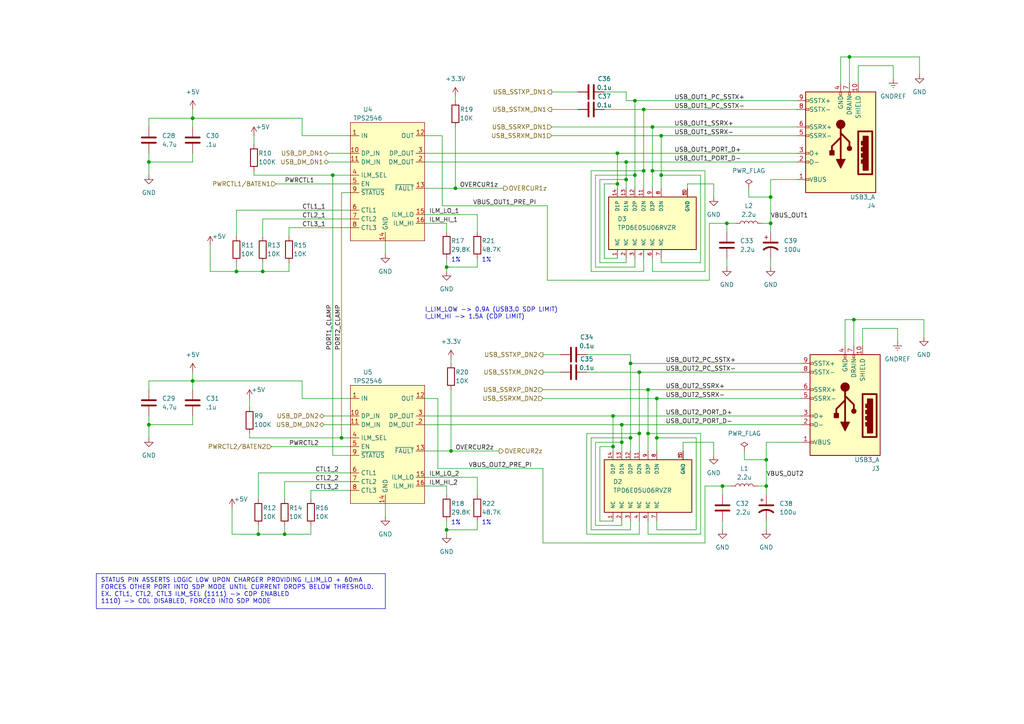
<source format=kicad_sch>
(kicad_sch (version 20230121) (generator eeschema)

  (uuid 3cbf3e76-b4d0-4903-9767-2440c14b1a36)

  (paper "A4")

  (title_block
    (title "Powered USB3.0 Quad Hub")
    (rev "v1.0")
  )

  (lib_symbols
    (symbol "Connector:USB3_A" (pin_names (offset 1.016)) (in_bom yes) (on_board yes)
      (property "Reference" "J" (at -10.16 15.24 0)
        (effects (font (size 1.27 1.27)) (justify left))
      )
      (property "Value" "USB3_A" (at 10.16 15.24 0)
        (effects (font (size 1.27 1.27)) (justify right))
      )
      (property "Footprint" "" (at 3.81 2.54 0)
        (effects (font (size 1.27 1.27)) hide)
      )
      (property "Datasheet" "~" (at 3.81 2.54 0)
        (effects (font (size 1.27 1.27)) hide)
      )
      (property "ki_keywords" "usb universal serial bus" (at 0 0 0)
        (effects (font (size 1.27 1.27)) hide)
      )
      (property "ki_description" "USB 3.0 A connector" (at 0 0 0)
        (effects (font (size 1.27 1.27)) hide)
      )
      (symbol "USB3_A_0_0"
        (rectangle (start -9.144 8.636) (end -5.08 -3.81)
          (stroke (width 0.508) (type default))
          (fill (type none))
        )
        (rectangle (start -7.874 7.366) (end -6.604 -2.286)
          (stroke (width 0.508) (type default))
          (fill (type outline))
        )
        (rectangle (start -6.35 0) (end -6.096 -0.762)
          (stroke (width 0.508) (type default))
          (fill (type none))
        )
        (rectangle (start -6.35 1.778) (end -6.096 1.016)
          (stroke (width 0.508) (type default))
          (fill (type none))
        )
        (rectangle (start -6.35 3.556) (end -6.096 2.794)
          (stroke (width 0.508) (type default))
          (fill (type none))
        )
        (rectangle (start -6.35 5.334) (end -6.096 4.572)
          (stroke (width 0.508) (type default))
          (fill (type none))
        )
        (rectangle (start -2.794 -15.24) (end -2.286 -14.224)
          (stroke (width 0) (type default))
          (fill (type none))
        )
        (rectangle (start -0.254 -15.24) (end 0.254 -14.224)
          (stroke (width 0) (type default))
          (fill (type none))
        )
        (rectangle (start 10.16 -12.446) (end 9.144 -12.954)
          (stroke (width 0) (type default))
          (fill (type none))
        )
        (rectangle (start 10.16 -9.906) (end 9.144 -10.414)
          (stroke (width 0) (type default))
          (fill (type none))
        )
        (rectangle (start 10.16 -4.826) (end 9.144 -5.334)
          (stroke (width 0) (type default))
          (fill (type none))
        )
        (rectangle (start 10.16 -2.286) (end 9.144 -2.794)
          (stroke (width 0) (type default))
          (fill (type none))
        )
        (rectangle (start 10.16 2.794) (end 9.144 2.286)
          (stroke (width 0) (type default))
          (fill (type none))
        )
        (rectangle (start 10.16 5.334) (end 9.144 4.826)
          (stroke (width 0) (type default))
          (fill (type none))
        )
        (rectangle (start 10.16 10.414) (end 9.144 9.906)
          (stroke (width 0) (type default))
          (fill (type none))
        )
      )
      (symbol "USB3_A_0_1"
        (rectangle (start -10.16 13.97) (end 10.16 -15.24)
          (stroke (width 0.254) (type default))
          (fill (type background))
        )
      )
      (symbol "USB3_A_1_1"
        (circle (center -2.54 1.143) (radius 0.635)
          (stroke (width 0.254) (type default))
          (fill (type outline))
        )
        (circle (center 0 -5.842) (radius 1.27)
          (stroke (width 0) (type default))
          (fill (type outline))
        )
        (polyline
          (pts
            (xy 0 -5.842)
            (xy 0 4.318)
          )
          (stroke (width 0.508) (type default))
          (fill (type none))
        )
        (polyline
          (pts
            (xy 0 -3.302)
            (xy -2.54 -0.762)
            (xy -2.54 0.508)
          )
          (stroke (width 0.508) (type default))
          (fill (type none))
        )
        (polyline
          (pts
            (xy 0 -2.032)
            (xy 2.54 0.508)
            (xy 2.54 1.778)
          )
          (stroke (width 0.508) (type default))
          (fill (type none))
        )
        (polyline
          (pts
            (xy -1.27 4.318)
            (xy 0 6.858)
            (xy 1.27 4.318)
            (xy -1.27 4.318)
          )
          (stroke (width 0.254) (type default))
          (fill (type outline))
        )
        (rectangle (start 1.905 1.778) (end 3.175 3.048)
          (stroke (width 0.254) (type default))
          (fill (type outline))
        )
        (pin power_in line (at 12.7 10.16 180) (length 2.54)
          (name "VBUS" (effects (font (size 1.27 1.27))))
          (number "1" (effects (font (size 1.27 1.27))))
        )
        (pin passive line (at -5.08 -17.78 90) (length 2.54)
          (name "SHIELD" (effects (font (size 1.27 1.27))))
          (number "10" (effects (font (size 1.27 1.27))))
        )
        (pin bidirectional line (at 12.7 5.08 180) (length 2.54)
          (name "D-" (effects (font (size 1.27 1.27))))
          (number "2" (effects (font (size 1.27 1.27))))
        )
        (pin bidirectional line (at 12.7 2.54 180) (length 2.54)
          (name "D+" (effects (font (size 1.27 1.27))))
          (number "3" (effects (font (size 1.27 1.27))))
        )
        (pin power_in line (at 0 -17.78 90) (length 2.54)
          (name "GND" (effects (font (size 1.27 1.27))))
          (number "4" (effects (font (size 1.27 1.27))))
        )
        (pin output line (at 12.7 -2.54 180) (length 2.54)
          (name "SSRX-" (effects (font (size 1.27 1.27))))
          (number "5" (effects (font (size 1.27 1.27))))
        )
        (pin output line (at 12.7 -5.08 180) (length 2.54)
          (name "SSRX+" (effects (font (size 1.27 1.27))))
          (number "6" (effects (font (size 1.27 1.27))))
        )
        (pin passive line (at -2.54 -17.78 90) (length 2.54)
          (name "DRAIN" (effects (font (size 1.27 1.27))))
          (number "7" (effects (font (size 1.27 1.27))))
        )
        (pin input line (at 12.7 -10.16 180) (length 2.54)
          (name "SSTX-" (effects (font (size 1.27 1.27))))
          (number "8" (effects (font (size 1.27 1.27))))
        )
        (pin input line (at 12.7 -12.7 180) (length 2.54)
          (name "SSTX+" (effects (font (size 1.27 1.27))))
          (number "9" (effects (font (size 1.27 1.27))))
        )
      )
    )
    (symbol "Device:C" (pin_numbers hide) (pin_names (offset 0.254)) (in_bom yes) (on_board yes)
      (property "Reference" "C" (at 0.635 2.54 0)
        (effects (font (size 1.27 1.27)) (justify left))
      )
      (property "Value" "C" (at 0.635 -2.54 0)
        (effects (font (size 1.27 1.27)) (justify left))
      )
      (property "Footprint" "" (at 0.9652 -3.81 0)
        (effects (font (size 1.27 1.27)) hide)
      )
      (property "Datasheet" "~" (at 0 0 0)
        (effects (font (size 1.27 1.27)) hide)
      )
      (property "ki_keywords" "cap capacitor" (at 0 0 0)
        (effects (font (size 1.27 1.27)) hide)
      )
      (property "ki_description" "Unpolarized capacitor" (at 0 0 0)
        (effects (font (size 1.27 1.27)) hide)
      )
      (property "ki_fp_filters" "C_*" (at 0 0 0)
        (effects (font (size 1.27 1.27)) hide)
      )
      (symbol "C_0_1"
        (polyline
          (pts
            (xy -2.032 -0.762)
            (xy 2.032 -0.762)
          )
          (stroke (width 0.508) (type default))
          (fill (type none))
        )
        (polyline
          (pts
            (xy -2.032 0.762)
            (xy 2.032 0.762)
          )
          (stroke (width 0.508) (type default))
          (fill (type none))
        )
      )
      (symbol "C_1_1"
        (pin passive line (at 0 3.81 270) (length 2.794)
          (name "~" (effects (font (size 1.27 1.27))))
          (number "1" (effects (font (size 1.27 1.27))))
        )
        (pin passive line (at 0 -3.81 90) (length 2.794)
          (name "~" (effects (font (size 1.27 1.27))))
          (number "2" (effects (font (size 1.27 1.27))))
        )
      )
    )
    (symbol "Device:C_Polarized_US" (pin_numbers hide) (pin_names (offset 0.254) hide) (in_bom yes) (on_board yes)
      (property "Reference" "C" (at 0.635 2.54 0)
        (effects (font (size 1.27 1.27)) (justify left))
      )
      (property "Value" "C_Polarized_US" (at 0.635 -2.54 0)
        (effects (font (size 1.27 1.27)) (justify left))
      )
      (property "Footprint" "" (at 0 0 0)
        (effects (font (size 1.27 1.27)) hide)
      )
      (property "Datasheet" "~" (at 0 0 0)
        (effects (font (size 1.27 1.27)) hide)
      )
      (property "ki_keywords" "cap capacitor" (at 0 0 0)
        (effects (font (size 1.27 1.27)) hide)
      )
      (property "ki_description" "Polarized capacitor, US symbol" (at 0 0 0)
        (effects (font (size 1.27 1.27)) hide)
      )
      (property "ki_fp_filters" "CP_*" (at 0 0 0)
        (effects (font (size 1.27 1.27)) hide)
      )
      (symbol "C_Polarized_US_0_1"
        (polyline
          (pts
            (xy -2.032 0.762)
            (xy 2.032 0.762)
          )
          (stroke (width 0.508) (type default))
          (fill (type none))
        )
        (polyline
          (pts
            (xy -1.778 2.286)
            (xy -0.762 2.286)
          )
          (stroke (width 0) (type default))
          (fill (type none))
        )
        (polyline
          (pts
            (xy -1.27 1.778)
            (xy -1.27 2.794)
          )
          (stroke (width 0) (type default))
          (fill (type none))
        )
        (arc (start 2.032 -1.27) (mid 0 -0.5572) (end -2.032 -1.27)
          (stroke (width 0.508) (type default))
          (fill (type none))
        )
      )
      (symbol "C_Polarized_US_1_1"
        (pin passive line (at 0 3.81 270) (length 2.794)
          (name "~" (effects (font (size 1.27 1.27))))
          (number "1" (effects (font (size 1.27 1.27))))
        )
        (pin passive line (at 0 -3.81 90) (length 3.302)
          (name "~" (effects (font (size 1.27 1.27))))
          (number "2" (effects (font (size 1.27 1.27))))
        )
      )
    )
    (symbol "Device:L" (pin_numbers hide) (pin_names (offset 1.016) hide) (in_bom yes) (on_board yes)
      (property "Reference" "L" (at -1.27 0 90)
        (effects (font (size 1.27 1.27)))
      )
      (property "Value" "L" (at 1.905 0 90)
        (effects (font (size 1.27 1.27)))
      )
      (property "Footprint" "" (at 0 0 0)
        (effects (font (size 1.27 1.27)) hide)
      )
      (property "Datasheet" "~" (at 0 0 0)
        (effects (font (size 1.27 1.27)) hide)
      )
      (property "ki_keywords" "inductor choke coil reactor magnetic" (at 0 0 0)
        (effects (font (size 1.27 1.27)) hide)
      )
      (property "ki_description" "Inductor" (at 0 0 0)
        (effects (font (size 1.27 1.27)) hide)
      )
      (property "ki_fp_filters" "Choke_* *Coil* Inductor_* L_*" (at 0 0 0)
        (effects (font (size 1.27 1.27)) hide)
      )
      (symbol "L_0_1"
        (arc (start 0 -2.54) (mid 0.6323 -1.905) (end 0 -1.27)
          (stroke (width 0) (type default))
          (fill (type none))
        )
        (arc (start 0 -1.27) (mid 0.6323 -0.635) (end 0 0)
          (stroke (width 0) (type default))
          (fill (type none))
        )
        (arc (start 0 0) (mid 0.6323 0.635) (end 0 1.27)
          (stroke (width 0) (type default))
          (fill (type none))
        )
        (arc (start 0 1.27) (mid 0.6323 1.905) (end 0 2.54)
          (stroke (width 0) (type default))
          (fill (type none))
        )
      )
      (symbol "L_1_1"
        (pin passive line (at 0 3.81 270) (length 1.27)
          (name "1" (effects (font (size 1.27 1.27))))
          (number "1" (effects (font (size 1.27 1.27))))
        )
        (pin passive line (at 0 -3.81 90) (length 1.27)
          (name "2" (effects (font (size 1.27 1.27))))
          (number "2" (effects (font (size 1.27 1.27))))
        )
      )
    )
    (symbol "Device:R" (pin_numbers hide) (pin_names (offset 0)) (in_bom yes) (on_board yes)
      (property "Reference" "R" (at 2.032 0 90)
        (effects (font (size 1.27 1.27)))
      )
      (property "Value" "R" (at 0 0 90)
        (effects (font (size 1.27 1.27)))
      )
      (property "Footprint" "" (at -1.778 0 90)
        (effects (font (size 1.27 1.27)) hide)
      )
      (property "Datasheet" "~" (at 0 0 0)
        (effects (font (size 1.27 1.27)) hide)
      )
      (property "ki_keywords" "R res resistor" (at 0 0 0)
        (effects (font (size 1.27 1.27)) hide)
      )
      (property "ki_description" "Resistor" (at 0 0 0)
        (effects (font (size 1.27 1.27)) hide)
      )
      (property "ki_fp_filters" "R_*" (at 0 0 0)
        (effects (font (size 1.27 1.27)) hide)
      )
      (symbol "R_0_1"
        (rectangle (start -1.016 -2.54) (end 1.016 2.54)
          (stroke (width 0.254) (type default))
          (fill (type none))
        )
      )
      (symbol "R_1_1"
        (pin passive line (at 0 3.81 270) (length 1.27)
          (name "~" (effects (font (size 1.27 1.27))))
          (number "1" (effects (font (size 1.27 1.27))))
        )
        (pin passive line (at 0 -3.81 90) (length 1.27)
          (name "~" (effects (font (size 1.27 1.27))))
          (number "2" (effects (font (size 1.27 1.27))))
        )
      )
    )
    (symbol "TPD6E05U06RVZR:TPD6E05U06RVZR" (pin_names (offset 1.016)) (in_bom yes) (on_board yes)
      (property "Reference" "D" (at -7.6223 12.7038 0)
        (effects (font (size 1.27 1.27)) (justify left bottom))
      )
      (property "Value" "TPD6E05U06RVZR" (at -7.6202 -12.7003 0)
        (effects (font (size 1.27 1.27)) (justify left top))
      )
      (property "Footprint" "SON50P135X350X55-14N" (at 0 0 0)
        (effects (font (size 1.27 1.27)) (justify bottom) hide)
      )
      (property "Datasheet" "" (at 0 0 0)
        (effects (font (size 1.27 1.27)) hide)
      )
      (property "PARTREV" "L" (at 0 0 0)
        (effects (font (size 1.27 1.27)) (justify bottom) hide)
      )
      (property "STANDARD" "IPC-7351B" (at 0 0 0)
        (effects (font (size 1.27 1.27)) (justify bottom) hide)
      )
      (property "MANUFACTURER" "Texas Instruments" (at 0 0 0)
        (effects (font (size 1.27 1.27)) (justify bottom) hide)
      )
      (symbol "TPD6E05U06RVZR_0_0"
        (rectangle (start -7.62 -12.7) (end 7.62 12.7)
          (stroke (width 0.254) (type default))
          (fill (type background))
        )
        (pin bidirectional line (at -10.16 10.16 0) (length 2.54)
          (name "NC" (effects (font (size 1.016 1.016))))
          (number "1" (effects (font (size 1.016 1.016))))
        )
        (pin power_in line (at 10.16 -10.16 180) (length 2.54)
          (name "GND" (effects (font (size 1.016 1.016))))
          (number "10" (effects (font (size 1.016 1.016))))
        )
        (pin bidirectional line (at 10.16 2.54 180) (length 2.54)
          (name "D2N" (effects (font (size 1.016 1.016))))
          (number "11" (effects (font (size 1.016 1.016))))
        )
        (pin bidirectional line (at 10.16 5.08 180) (length 2.54)
          (name "D2P" (effects (font (size 1.016 1.016))))
          (number "12" (effects (font (size 1.016 1.016))))
        )
        (pin bidirectional line (at 10.16 7.62 180) (length 2.54)
          (name "D1N" (effects (font (size 1.016 1.016))))
          (number "13" (effects (font (size 1.016 1.016))))
        )
        (pin bidirectional line (at 10.16 10.16 180) (length 2.54)
          (name "D1P" (effects (font (size 1.016 1.016))))
          (number "14" (effects (font (size 1.016 1.016))))
        )
        (pin bidirectional line (at -10.16 7.62 0) (length 2.54)
          (name "NC" (effects (font (size 1.016 1.016))))
          (number "2" (effects (font (size 1.016 1.016))))
        )
        (pin bidirectional line (at -10.16 5.08 0) (length 2.54)
          (name "NC" (effects (font (size 1.016 1.016))))
          (number "3" (effects (font (size 1.016 1.016))))
        )
        (pin bidirectional line (at -10.16 2.54 0) (length 2.54)
          (name "NC" (effects (font (size 1.016 1.016))))
          (number "4" (effects (font (size 1.016 1.016))))
        )
        (pin power_in line (at 10.16 -10.16 180) (length 2.54)
          (name "GND" (effects (font (size 1.016 1.016))))
          (number "5" (effects (font (size 1.016 1.016))))
        )
        (pin bidirectional line (at -10.16 0 0) (length 2.54)
          (name "NC" (effects (font (size 1.016 1.016))))
          (number "6" (effects (font (size 1.016 1.016))))
        )
        (pin bidirectional line (at -10.16 -2.54 0) (length 2.54)
          (name "NC" (effects (font (size 1.016 1.016))))
          (number "7" (effects (font (size 1.016 1.016))))
        )
        (pin bidirectional line (at 10.16 -2.54 180) (length 2.54)
          (name "D3N" (effects (font (size 1.016 1.016))))
          (number "8" (effects (font (size 1.016 1.016))))
        )
        (pin bidirectional line (at 10.16 0 180) (length 2.54)
          (name "D3P" (effects (font (size 1.016 1.016))))
          (number "9" (effects (font (size 1.016 1.016))))
        )
      )
    )
    (symbol "TPD6E05U06RVZR_1" (pin_names (offset 1.016)) (in_bom yes) (on_board yes)
      (property "Reference" "D" (at -7.6223 12.7038 0)
        (effects (font (size 1.27 1.27)) (justify left bottom))
      )
      (property "Value" "TPD6E05U06RVZR_1" (at -7.6202 -12.7003 0)
        (effects (font (size 1.27 1.27)) (justify left top))
      )
      (property "Footprint" "SON50P135X350X55-14N" (at 0 0 0)
        (effects (font (size 1.27 1.27)) (justify bottom) hide)
      )
      (property "Datasheet" "" (at 0 0 0)
        (effects (font (size 1.27 1.27)) hide)
      )
      (property "PARTREV" "L" (at 0 0 0)
        (effects (font (size 1.27 1.27)) (justify bottom) hide)
      )
      (property "STANDARD" "IPC-7351B" (at 0 0 0)
        (effects (font (size 1.27 1.27)) (justify bottom) hide)
      )
      (property "MANUFACTURER" "Texas Instruments" (at 0 0 0)
        (effects (font (size 1.27 1.27)) (justify bottom) hide)
      )
      (symbol "TPD6E05U06RVZR_1_0_0"
        (rectangle (start -7.62 -12.7) (end 7.62 12.7)
          (stroke (width 0.254) (type default))
          (fill (type background))
        )
        (pin bidirectional line (at -10.16 10.16 0) (length 2.54)
          (name "NC" (effects (font (size 1.016 1.016))))
          (number "1" (effects (font (size 1.016 1.016))))
        )
        (pin power_in line (at 10.16 -10.16 180) (length 2.54)
          (name "GND" (effects (font (size 1.016 1.016))))
          (number "10" (effects (font (size 1.016 1.016))))
        )
        (pin bidirectional line (at 10.16 2.54 180) (length 2.54)
          (name "D2N" (effects (font (size 1.016 1.016))))
          (number "11" (effects (font (size 1.016 1.016))))
        )
        (pin bidirectional line (at 10.16 5.08 180) (length 2.54)
          (name "D2P" (effects (font (size 1.016 1.016))))
          (number "12" (effects (font (size 1.016 1.016))))
        )
        (pin bidirectional line (at 10.16 7.62 180) (length 2.54)
          (name "D1N" (effects (font (size 1.016 1.016))))
          (number "13" (effects (font (size 1.016 1.016))))
        )
        (pin bidirectional line (at 10.16 10.16 180) (length 2.54)
          (name "D1P" (effects (font (size 1.016 1.016))))
          (number "14" (effects (font (size 1.016 1.016))))
        )
        (pin bidirectional line (at -10.16 7.62 0) (length 2.54)
          (name "NC" (effects (font (size 1.016 1.016))))
          (number "2" (effects (font (size 1.016 1.016))))
        )
        (pin bidirectional line (at -10.16 5.08 0) (length 2.54)
          (name "NC" (effects (font (size 1.016 1.016))))
          (number "3" (effects (font (size 1.016 1.016))))
        )
        (pin bidirectional line (at -10.16 2.54 0) (length 2.54)
          (name "NC" (effects (font (size 1.016 1.016))))
          (number "4" (effects (font (size 1.016 1.016))))
        )
        (pin power_in line (at 10.16 -10.16 180) (length 2.54)
          (name "GND" (effects (font (size 1.016 1.016))))
          (number "5" (effects (font (size 1.016 1.016))))
        )
        (pin bidirectional line (at -10.16 0 0) (length 2.54)
          (name "NC" (effects (font (size 1.016 1.016))))
          (number "6" (effects (font (size 1.016 1.016))))
        )
        (pin bidirectional line (at -10.16 -2.54 0) (length 2.54)
          (name "NC" (effects (font (size 1.016 1.016))))
          (number "7" (effects (font (size 1.016 1.016))))
        )
        (pin bidirectional line (at 10.16 -2.54 180) (length 2.54)
          (name "D3N" (effects (font (size 1.016 1.016))))
          (number "8" (effects (font (size 1.016 1.016))))
        )
        (pin bidirectional line (at 10.16 0 180) (length 2.54)
          (name "D3P" (effects (font (size 1.016 1.016))))
          (number "9" (effects (font (size 1.016 1.016))))
        )
      )
    )
    (symbol "TPS2546 USB Load Switch (2:TPS2546" (in_bom yes) (on_board yes)
      (property "Reference" "U" (at -3.81 -35.56 0)
        (effects (font (size 1.27 1.27)))
      )
      (property "Value" "TPS2546" (at 0 2.54 0)
        (effects (font (size 1.27 1.27)))
      )
      (property "Footprint" "" (at 0 0 0)
        (effects (font (size 1.27 1.27)) hide)
      )
      (property "Datasheet" "" (at 0 0 0)
        (effects (font (size 1.27 1.27)) hide)
      )
      (symbol "TPS2546_0_1"
        (rectangle (start -5.08 1.27) (end 16.51 -33.02)
          (stroke (width 0) (type default))
          (fill (type background))
        )
      )
      (symbol "TPS2546_1_1"
        (pin power_in line (at -5.08 -2.54 0) (length 2.54)
          (name "IN" (effects (font (size 1.27 1.27))))
          (number "1" (effects (font (size 1.27 1.27))))
        )
        (pin bidirectional line (at -5.08 -7.62 0) (length 2.54)
          (name "DP_IN" (effects (font (size 1.27 1.27))))
          (number "10" (effects (font (size 1.27 1.27))))
        )
        (pin bidirectional line (at -5.08 -10.16 0) (length 2.54)
          (name "DM_IN" (effects (font (size 1.27 1.27))))
          (number "11" (effects (font (size 1.27 1.27))))
        )
        (pin power_out line (at 16.51 -2.54 180) (length 2.54)
          (name "OUT" (effects (font (size 1.27 1.27))))
          (number "12" (effects (font (size 1.27 1.27))))
        )
        (pin output line (at 16.51 -17.78 180) (length 2.54)
          (name "~{FAULT}" (effects (font (size 1.27 1.27))))
          (number "13" (effects (font (size 1.27 1.27))))
        )
        (pin power_in line (at 5.08 -33.02 90) (length 2.54)
          (name "GND" (effects (font (size 1.27 1.27))))
          (number "14" (effects (font (size 1.27 1.27))))
        )
        (pin input line (at 16.51 -25.4 180) (length 2.54)
          (name "ILM_LO" (effects (font (size 1.27 1.27))))
          (number "15" (effects (font (size 1.27 1.27))))
        )
        (pin input line (at 16.51 -27.94 180) (length 2.54)
          (name "ILM_HI" (effects (font (size 1.27 1.27))))
          (number "16" (effects (font (size 1.27 1.27))))
        )
        (pin bidirectional line (at 16.51 -10.16 180) (length 2.54)
          (name "DM_OUT" (effects (font (size 1.27 1.27))))
          (number "2" (effects (font (size 1.27 1.27))))
        )
        (pin bidirectional line (at 16.51 -7.62 180) (length 2.54)
          (name "DP_OUT" (effects (font (size 1.27 1.27))))
          (number "3" (effects (font (size 1.27 1.27))))
        )
        (pin input line (at -5.08 -13.97 0) (length 2.54)
          (name "ILM_SEL" (effects (font (size 1.27 1.27))))
          (number "4" (effects (font (size 1.27 1.27))))
        )
        (pin input line (at -5.08 -16.51 0) (length 2.54)
          (name "EN" (effects (font (size 1.27 1.27))))
          (number "5" (effects (font (size 1.27 1.27))))
        )
        (pin input line (at -5.08 -24.13 0) (length 2.54)
          (name "CTL1" (effects (font (size 1.27 1.27))))
          (number "6" (effects (font (size 1.27 1.27))))
        )
        (pin input line (at -5.08 -26.67 0) (length 2.54)
          (name "CTL2" (effects (font (size 1.27 1.27))))
          (number "7" (effects (font (size 1.27 1.27))))
        )
        (pin input line (at -5.08 -29.21 0) (length 2.54)
          (name "CTL3" (effects (font (size 1.27 1.27))))
          (number "8" (effects (font (size 1.27 1.27))))
        )
        (pin output line (at -5.08 -19.05 0) (length 2.54)
          (name "~{STATUS}" (effects (font (size 1.27 1.27))))
          (number "9" (effects (font (size 1.27 1.27))))
        )
      )
    )
    (symbol "TPS2546_1" (in_bom yes) (on_board yes)
      (property "Reference" "U" (at -3.81 -35.56 0)
        (effects (font (size 1.27 1.27)))
      )
      (property "Value" "TPS2546_1" (at 0 2.54 0)
        (effects (font (size 1.27 1.27)))
      )
      (property "Footprint" "" (at 0 0 0)
        (effects (font (size 1.27 1.27)) hide)
      )
      (property "Datasheet" "" (at 0 0 0)
        (effects (font (size 1.27 1.27)) hide)
      )
      (symbol "TPS2546_1_0_1"
        (rectangle (start -5.08 1.27) (end 16.51 -33.02)
          (stroke (width 0) (type default))
          (fill (type background))
        )
      )
      (symbol "TPS2546_1_1_1"
        (pin power_in line (at -5.08 -2.54 0) (length 2.54)
          (name "IN" (effects (font (size 1.27 1.27))))
          (number "1" (effects (font (size 1.27 1.27))))
        )
        (pin bidirectional line (at -5.08 -7.62 0) (length 2.54)
          (name "DP_IN" (effects (font (size 1.27 1.27))))
          (number "10" (effects (font (size 1.27 1.27))))
        )
        (pin bidirectional line (at -5.08 -10.16 0) (length 2.54)
          (name "DM_IN" (effects (font (size 1.27 1.27))))
          (number "11" (effects (font (size 1.27 1.27))))
        )
        (pin power_out line (at 16.51 -2.54 180) (length 2.54)
          (name "OUT" (effects (font (size 1.27 1.27))))
          (number "12" (effects (font (size 1.27 1.27))))
        )
        (pin output line (at 16.51 -17.78 180) (length 2.54)
          (name "~{FAULT}" (effects (font (size 1.27 1.27))))
          (number "13" (effects (font (size 1.27 1.27))))
        )
        (pin power_in line (at 5.08 -33.02 90) (length 2.54)
          (name "GND" (effects (font (size 1.27 1.27))))
          (number "14" (effects (font (size 1.27 1.27))))
        )
        (pin input line (at 16.51 -25.4 180) (length 2.54)
          (name "ILM_LO" (effects (font (size 1.27 1.27))))
          (number "15" (effects (font (size 1.27 1.27))))
        )
        (pin input line (at 16.51 -27.94 180) (length 2.54)
          (name "ILM_HI" (effects (font (size 1.27 1.27))))
          (number "16" (effects (font (size 1.27 1.27))))
        )
        (pin bidirectional line (at 16.51 -10.16 180) (length 2.54)
          (name "DM_OUT" (effects (font (size 1.27 1.27))))
          (number "2" (effects (font (size 1.27 1.27))))
        )
        (pin bidirectional line (at 16.51 -7.62 180) (length 2.54)
          (name "DP_OUT" (effects (font (size 1.27 1.27))))
          (number "3" (effects (font (size 1.27 1.27))))
        )
        (pin input line (at -5.08 -13.97 0) (length 2.54)
          (name "ILM_SEL" (effects (font (size 1.27 1.27))))
          (number "4" (effects (font (size 1.27 1.27))))
        )
        (pin input line (at -5.08 -16.51 0) (length 2.54)
          (name "EN" (effects (font (size 1.27 1.27))))
          (number "5" (effects (font (size 1.27 1.27))))
        )
        (pin input line (at -5.08 -24.13 0) (length 2.54)
          (name "CTL1" (effects (font (size 1.27 1.27))))
          (number "6" (effects (font (size 1.27 1.27))))
        )
        (pin input line (at -5.08 -26.67 0) (length 2.54)
          (name "CTL2" (effects (font (size 1.27 1.27))))
          (number "7" (effects (font (size 1.27 1.27))))
        )
        (pin input line (at -5.08 -29.21 0) (length 2.54)
          (name "CTL3" (effects (font (size 1.27 1.27))))
          (number "8" (effects (font (size 1.27 1.27))))
        )
        (pin output line (at -5.08 -19.05 0) (length 2.54)
          (name "~{STATUS}" (effects (font (size 1.27 1.27))))
          (number "9" (effects (font (size 1.27 1.27))))
        )
      )
    )
    (symbol "power:+3.3V" (power) (pin_names (offset 0)) (in_bom yes) (on_board yes)
      (property "Reference" "#PWR" (at 0 -3.81 0)
        (effects (font (size 1.27 1.27)) hide)
      )
      (property "Value" "+3.3V" (at 0 3.556 0)
        (effects (font (size 1.27 1.27)))
      )
      (property "Footprint" "" (at 0 0 0)
        (effects (font (size 1.27 1.27)) hide)
      )
      (property "Datasheet" "" (at 0 0 0)
        (effects (font (size 1.27 1.27)) hide)
      )
      (property "ki_keywords" "power-flag" (at 0 0 0)
        (effects (font (size 1.27 1.27)) hide)
      )
      (property "ki_description" "Power symbol creates a global label with name \"+3.3V\"" (at 0 0 0)
        (effects (font (size 1.27 1.27)) hide)
      )
      (symbol "+3.3V_0_1"
        (polyline
          (pts
            (xy -0.762 1.27)
            (xy 0 2.54)
          )
          (stroke (width 0) (type default))
          (fill (type none))
        )
        (polyline
          (pts
            (xy 0 0)
            (xy 0 2.54)
          )
          (stroke (width 0) (type default))
          (fill (type none))
        )
        (polyline
          (pts
            (xy 0 2.54)
            (xy 0.762 1.27)
          )
          (stroke (width 0) (type default))
          (fill (type none))
        )
      )
      (symbol "+3.3V_1_1"
        (pin power_in line (at 0 0 90) (length 0) hide
          (name "+3.3V" (effects (font (size 1.27 1.27))))
          (number "1" (effects (font (size 1.27 1.27))))
        )
      )
    )
    (symbol "power:+5V" (power) (pin_names (offset 0)) (in_bom yes) (on_board yes)
      (property "Reference" "#PWR" (at 0 -3.81 0)
        (effects (font (size 1.27 1.27)) hide)
      )
      (property "Value" "+5V" (at 0 3.556 0)
        (effects (font (size 1.27 1.27)))
      )
      (property "Footprint" "" (at 0 0 0)
        (effects (font (size 1.27 1.27)) hide)
      )
      (property "Datasheet" "" (at 0 0 0)
        (effects (font (size 1.27 1.27)) hide)
      )
      (property "ki_keywords" "power-flag" (at 0 0 0)
        (effects (font (size 1.27 1.27)) hide)
      )
      (property "ki_description" "Power symbol creates a global label with name \"+5V\"" (at 0 0 0)
        (effects (font (size 1.27 1.27)) hide)
      )
      (symbol "+5V_0_1"
        (polyline
          (pts
            (xy -0.762 1.27)
            (xy 0 2.54)
          )
          (stroke (width 0) (type default))
          (fill (type none))
        )
        (polyline
          (pts
            (xy 0 0)
            (xy 0 2.54)
          )
          (stroke (width 0) (type default))
          (fill (type none))
        )
        (polyline
          (pts
            (xy 0 2.54)
            (xy 0.762 1.27)
          )
          (stroke (width 0) (type default))
          (fill (type none))
        )
      )
      (symbol "+5V_1_1"
        (pin power_in line (at 0 0 90) (length 0) hide
          (name "+5V" (effects (font (size 1.27 1.27))))
          (number "1" (effects (font (size 1.27 1.27))))
        )
      )
    )
    (symbol "power:GND" (power) (pin_names (offset 0)) (in_bom yes) (on_board yes)
      (property "Reference" "#PWR" (at 0 -6.35 0)
        (effects (font (size 1.27 1.27)) hide)
      )
      (property "Value" "GND" (at 0 -3.81 0)
        (effects (font (size 1.27 1.27)))
      )
      (property "Footprint" "" (at 0 0 0)
        (effects (font (size 1.27 1.27)) hide)
      )
      (property "Datasheet" "" (at 0 0 0)
        (effects (font (size 1.27 1.27)) hide)
      )
      (property "ki_keywords" "power-flag" (at 0 0 0)
        (effects (font (size 1.27 1.27)) hide)
      )
      (property "ki_description" "Power symbol creates a global label with name \"GND\" , ground" (at 0 0 0)
        (effects (font (size 1.27 1.27)) hide)
      )
      (symbol "GND_0_1"
        (polyline
          (pts
            (xy 0 0)
            (xy 0 -1.27)
            (xy 1.27 -1.27)
            (xy 0 -2.54)
            (xy -1.27 -1.27)
            (xy 0 -1.27)
          )
          (stroke (width 0) (type default))
          (fill (type none))
        )
      )
      (symbol "GND_1_1"
        (pin power_in line (at 0 0 270) (length 0) hide
          (name "GND" (effects (font (size 1.27 1.27))))
          (number "1" (effects (font (size 1.27 1.27))))
        )
      )
    )
    (symbol "power:GNDREF" (power) (pin_names (offset 0)) (in_bom yes) (on_board yes)
      (property "Reference" "#PWR" (at 0 -6.35 0)
        (effects (font (size 1.27 1.27)) hide)
      )
      (property "Value" "GNDREF" (at 0 -3.81 0)
        (effects (font (size 1.27 1.27)))
      )
      (property "Footprint" "" (at 0 0 0)
        (effects (font (size 1.27 1.27)) hide)
      )
      (property "Datasheet" "" (at 0 0 0)
        (effects (font (size 1.27 1.27)) hide)
      )
      (property "ki_keywords" "power-flag" (at 0 0 0)
        (effects (font (size 1.27 1.27)) hide)
      )
      (property "ki_description" "Power symbol creates a global label with name \"GNDREF\" , reference supply ground" (at 0 0 0)
        (effects (font (size 1.27 1.27)) hide)
      )
      (symbol "GNDREF_0_1"
        (polyline
          (pts
            (xy -0.635 -1.905)
            (xy 0.635 -1.905)
          )
          (stroke (width 0) (type default))
          (fill (type none))
        )
        (polyline
          (pts
            (xy -0.127 -2.54)
            (xy 0.127 -2.54)
          )
          (stroke (width 0) (type default))
          (fill (type none))
        )
        (polyline
          (pts
            (xy 0 -1.27)
            (xy 0 0)
          )
          (stroke (width 0) (type default))
          (fill (type none))
        )
        (polyline
          (pts
            (xy 1.27 -1.27)
            (xy -1.27 -1.27)
          )
          (stroke (width 0) (type default))
          (fill (type none))
        )
      )
      (symbol "GNDREF_1_1"
        (pin power_in line (at 0 0 270) (length 0) hide
          (name "GNDREF" (effects (font (size 1.27 1.27))))
          (number "1" (effects (font (size 1.27 1.27))))
        )
      )
    )
    (symbol "power:PWR_FLAG" (power) (pin_numbers hide) (pin_names (offset 0) hide) (in_bom yes) (on_board yes)
      (property "Reference" "#FLG" (at 0 1.905 0)
        (effects (font (size 1.27 1.27)) hide)
      )
      (property "Value" "PWR_FLAG" (at 0 3.81 0)
        (effects (font (size 1.27 1.27)))
      )
      (property "Footprint" "" (at 0 0 0)
        (effects (font (size 1.27 1.27)) hide)
      )
      (property "Datasheet" "~" (at 0 0 0)
        (effects (font (size 1.27 1.27)) hide)
      )
      (property "ki_keywords" "power-flag" (at 0 0 0)
        (effects (font (size 1.27 1.27)) hide)
      )
      (property "ki_description" "Special symbol for telling ERC where power comes from" (at 0 0 0)
        (effects (font (size 1.27 1.27)) hide)
      )
      (symbol "PWR_FLAG_0_0"
        (pin power_out line (at 0 0 90) (length 0)
          (name "pwr" (effects (font (size 1.27 1.27))))
          (number "1" (effects (font (size 1.27 1.27))))
        )
      )
      (symbol "PWR_FLAG_0_1"
        (polyline
          (pts
            (xy 0 0)
            (xy 0 1.27)
            (xy -1.016 1.905)
            (xy 0 2.54)
            (xy 1.016 1.905)
            (xy 0 1.27)
          )
          (stroke (width 0) (type default))
          (fill (type none))
        )
      )
    )
  )

  (junction (at 130.81 130.81) (diameter 0) (color 0 0 0 0)
    (uuid 055205f0-3004-46fb-8b7e-43dac121ced9)
  )
  (junction (at 190.5 127) (diameter 0) (color 0 0 0 0)
    (uuid 0729b97f-ca2b-4724-9c55-3aa1bdcfb937)
  )
  (junction (at 99.06 127) (diameter 0) (color 0 0 0 0)
    (uuid 0ccc5ccc-c515-479a-b625-51b617ed7555)
  )
  (junction (at 96.52 50.8) (diameter 0) (color 0 0 0 0)
    (uuid 11b88ca7-f4ec-46ab-adc1-a80c8f69e7d7)
  )
  (junction (at 185.42 107.95) (diameter 0) (color 0 0 0 0)
    (uuid 11fe9401-41bb-440c-bd55-525e9cbf41c2)
  )
  (junction (at 189.23 36.83) (diameter 0) (color 0 0 0 0)
    (uuid 18bc3bb1-31db-4ee9-9fee-73be78b26492)
  )
  (junction (at 210.82 64.77) (diameter 0) (color 0 0 0 0)
    (uuid 28cc3365-fa9d-427b-8370-5d9686ba42cc)
  )
  (junction (at 180.34 128.27) (diameter 0) (color 0 0 0 0)
    (uuid 38995c34-b06f-47b3-9fdd-3f4bb5657717)
  )
  (junction (at 55.88 34.29) (diameter 0) (color 0 0 0 0)
    (uuid 3ba36340-9ed2-4c7f-8bad-264473261465)
  )
  (junction (at 182.88 127) (diameter 0) (color 0 0 0 0)
    (uuid 3f3cec0b-3237-444e-9275-4dca624ca513)
  )
  (junction (at 191.77 50.8) (diameter 0) (color 0 0 0 0)
    (uuid 4d58bae5-c431-4979-b105-53da8e9bb43f)
  )
  (junction (at 179.07 53.34) (diameter 0) (color 0 0 0 0)
    (uuid 50d12d59-fdaa-4816-af06-45d1685b30dd)
  )
  (junction (at 247.65 92.71) (diameter 0) (color 0 0 0 0)
    (uuid 5525cda9-8d5b-45eb-9794-67efc1f99dc5)
  )
  (junction (at 43.18 46.99) (diameter 0) (color 0 0 0 0)
    (uuid 5aa3f934-6961-479a-8339-a5dfa1bacf51)
  )
  (junction (at 185.42 125.73) (diameter 0) (color 0 0 0 0)
    (uuid 5d01e96d-d27f-4152-84dc-119983998040)
  )
  (junction (at 187.96 125.73) (diameter 0) (color 0 0 0 0)
    (uuid 626f07c0-7f03-485f-b5a6-52f4d42d58bc)
  )
  (junction (at 223.52 57.15) (diameter 0) (color 0 0 0 0)
    (uuid 633579dd-01de-4e3d-978a-ffcb791f7e00)
  )
  (junction (at 189.23 49.53) (diameter 0) (color 0 0 0 0)
    (uuid 68b9e4aa-b7cb-4516-9208-1199896a664f)
  )
  (junction (at 55.88 110.49) (diameter 0) (color 0 0 0 0)
    (uuid 68f9ad22-fc65-4e02-ab35-ea12fb062e06)
  )
  (junction (at 179.07 44.45) (diameter 0) (color 0 0 0 0)
    (uuid 6c4d7d5f-8053-416c-900d-dd23a3265af5)
  )
  (junction (at 177.8 120.65) (diameter 0) (color 0 0 0 0)
    (uuid 70ba4374-1e09-47c3-bdd3-4714fb26a921)
  )
  (junction (at 181.61 52.07) (diameter 0) (color 0 0 0 0)
    (uuid 73621bed-ce87-4195-9678-07d3fe9d9762)
  )
  (junction (at 190.5 115.57) (diameter 0) (color 0 0 0 0)
    (uuid 771013a6-f7f2-4510-babb-084583351fd6)
  )
  (junction (at 82.55 154.94) (diameter 0) (color 0 0 0 0)
    (uuid 81c468fd-2b25-43df-acd5-8a534eddbfd2)
  )
  (junction (at 180.34 123.19) (diameter 0) (color 0 0 0 0)
    (uuid 8440ec04-e379-4b47-8ab3-30463a36cd98)
  )
  (junction (at 184.15 29.21) (diameter 0) (color 0 0 0 0)
    (uuid 93d5af5a-6c72-46a9-bb59-559cd0e94a75)
  )
  (junction (at 182.88 105.41) (diameter 0) (color 0 0 0 0)
    (uuid 9920c172-2db2-4e0b-9248-9b7f7ffc0634)
  )
  (junction (at 186.69 31.75) (diameter 0) (color 0 0 0 0)
    (uuid 99998023-9eff-479a-bb1a-39ae00e820b5)
  )
  (junction (at 76.2 78.74) (diameter 0) (color 0 0 0 0)
    (uuid a0d8cec2-7cff-45f7-89d1-525b6866bbc0)
  )
  (junction (at 222.25 140.97) (diameter 0) (color 0 0 0 0)
    (uuid abddba70-ffcc-4269-9fa7-ea65c8830f49)
  )
  (junction (at 246.38 16.51) (diameter 0) (color 0 0 0 0)
    (uuid b9e64b7a-744f-4635-b47b-64d2929ccc39)
  )
  (junction (at 187.96 113.03) (diameter 0) (color 0 0 0 0)
    (uuid ba73be3e-c74e-416c-bda4-1700305a13da)
  )
  (junction (at 181.61 46.99) (diameter 0) (color 0 0 0 0)
    (uuid bf844124-a2ea-4690-bbe4-4dff2b83ac46)
  )
  (junction (at 177.8 129.54) (diameter 0) (color 0 0 0 0)
    (uuid cb8a710a-0ad5-44e9-8ce3-b469ee60976a)
  )
  (junction (at 191.77 39.37) (diameter 0) (color 0 0 0 0)
    (uuid ce3eda07-2ee0-4815-975b-dac92e417c72)
  )
  (junction (at 184.15 50.8) (diameter 0) (color 0 0 0 0)
    (uuid d18d86af-89c8-4b1a-95d4-b672404f7c46)
  )
  (junction (at 43.18 123.19) (diameter 0) (color 0 0 0 0)
    (uuid d4828bd1-71bb-4e2c-a277-aadc4d5491e0)
  )
  (junction (at 129.54 77.47) (diameter 0) (color 0 0 0 0)
    (uuid d4ae4f01-9b8c-4315-8f83-e526036bc720)
  )
  (junction (at 222.25 133.35) (diameter 0) (color 0 0 0 0)
    (uuid d93902db-2e26-4602-bc45-9732626e6867)
  )
  (junction (at 186.69 49.53) (diameter 0) (color 0 0 0 0)
    (uuid da0683ec-88fc-4046-a782-adcd55be1dc1)
  )
  (junction (at 132.08 54.61) (diameter 0) (color 0 0 0 0)
    (uuid db4b4db2-a7f2-4800-ae8a-cdef046bc2e6)
  )
  (junction (at 223.52 64.77) (diameter 0) (color 0 0 0 0)
    (uuid ddaca219-b238-4c98-ada3-77efd80b08b0)
  )
  (junction (at 68.58 78.74) (diameter 0) (color 0 0 0 0)
    (uuid e1d5b3fb-de86-4536-a5dc-ac14dd695c19)
  )
  (junction (at 209.55 140.97) (diameter 0) (color 0 0 0 0)
    (uuid eaad1b1f-05b2-47df-a6a4-f9704ed7c3d9)
  )
  (junction (at 74.93 154.94) (diameter 0) (color 0 0 0 0)
    (uuid ede3071d-714a-4e8d-b0d7-fd02bc23e539)
  )
  (junction (at 129.54 153.67) (diameter 0) (color 0 0 0 0)
    (uuid fb3d275c-4442-42d7-8f14-68af3b84750a)
  )

  (wire (pts (xy 80.01 53.34) (xy 101.6 53.34))
    (stroke (width 0) (type default))
    (uuid 01ba2a7b-ff2b-463c-8de5-354884bb2d52)
  )
  (wire (pts (xy 157.48 157.48) (xy 204.47 157.48))
    (stroke (width 0) (type default))
    (uuid 02143025-190d-4401-97d3-8dffc774ccfa)
  )
  (wire (pts (xy 90.17 142.24) (xy 101.6 142.24))
    (stroke (width 0) (type default))
    (uuid 038d087e-30f6-4a94-8ab1-e48a07fc96bc)
  )
  (wire (pts (xy 180.34 128.27) (xy 180.34 130.81))
    (stroke (width 0) (type default))
    (uuid 0390a580-1845-4291-a795-6f49e5561016)
  )
  (wire (pts (xy 68.58 60.96) (xy 101.6 60.96))
    (stroke (width 0) (type default))
    (uuid 0419248c-7530-4bf2-a1d4-c5f097f86a1c)
  )
  (wire (pts (xy 73.66 39.37) (xy 73.66 41.91))
    (stroke (width 0) (type default))
    (uuid 04953c1d-c944-460a-accd-45c29d6ba47e)
  )
  (wire (pts (xy 157.48 113.03) (xy 187.96 113.03))
    (stroke (width 0) (type default))
    (uuid 050c0351-e03e-44fb-8cde-84465f324c71)
  )
  (wire (pts (xy 245.11 92.71) (xy 247.65 92.71))
    (stroke (width 0) (type default))
    (uuid 06c48c8d-2154-4b8b-9967-acce64940cf7)
  )
  (wire (pts (xy 175.26 26.67) (xy 181.61 26.67))
    (stroke (width 0) (type default))
    (uuid 06e2ff3c-413c-43f0-baf8-3ce7bfcda157)
  )
  (wire (pts (xy 190.5 115.57) (xy 190.5 127))
    (stroke (width 0) (type default))
    (uuid 078224b3-90b8-4aec-bc8c-0c70e7e35193)
  )
  (wire (pts (xy 87.63 34.29) (xy 87.63 39.37))
    (stroke (width 0) (type default))
    (uuid 08a67677-25ca-4cf4-97ff-1f01edd2319e)
  )
  (wire (pts (xy 157.48 107.95) (xy 162.56 107.95))
    (stroke (width 0) (type default))
    (uuid 08c0e853-8de3-4479-939b-1994acde2200)
  )
  (wire (pts (xy 223.52 57.15) (xy 223.52 64.77))
    (stroke (width 0) (type default))
    (uuid 0b6d4ab8-0c43-4bb6-99f7-ba1eebf3f7ee)
  )
  (wire (pts (xy 243.84 24.13) (xy 243.84 16.51))
    (stroke (width 0) (type default))
    (uuid 0caa0f99-c893-4205-8c47-830155adc8c6)
  )
  (wire (pts (xy 175.26 74.93) (xy 175.26 53.34))
    (stroke (width 0) (type default))
    (uuid 0cbbecc7-2c73-4913-aff1-6747a994bff4)
  )
  (wire (pts (xy 68.58 78.74) (xy 60.96 78.74))
    (stroke (width 0) (type default))
    (uuid 0d22eb9e-bc39-48cf-bd58-fa7593f54634)
  )
  (wire (pts (xy 215.9 130.81) (xy 215.9 133.35))
    (stroke (width 0) (type default))
    (uuid 0e17efaf-c546-4a1d-8526-58c8f2d7d972)
  )
  (wire (pts (xy 90.17 154.94) (xy 82.55 154.94))
    (stroke (width 0) (type default))
    (uuid 0f625079-d558-4876-9d27-a7df0c2e66ae)
  )
  (wire (pts (xy 123.19 123.19) (xy 180.34 123.19))
    (stroke (width 0) (type default))
    (uuid 0f6bf84b-a503-4291-906f-b66dc2da7b50)
  )
  (wire (pts (xy 185.42 151.13) (xy 185.42 154.94))
    (stroke (width 0) (type default))
    (uuid 129e0535-4509-4c74-aae7-90624a133ee6)
  )
  (wire (pts (xy 60.96 71.12) (xy 60.96 78.74))
    (stroke (width 0) (type default))
    (uuid 12b20d15-1e81-42a5-9c9f-bbbf20bb7bfe)
  )
  (wire (pts (xy 173.99 129.54) (xy 177.8 129.54))
    (stroke (width 0) (type default))
    (uuid 14bcb600-daba-482b-9ab6-38d8d8262a33)
  )
  (wire (pts (xy 191.77 50.8) (xy 203.2 50.8))
    (stroke (width 0) (type default))
    (uuid 16f1c0f4-869e-46e5-8675-d40bb0db4a74)
  )
  (wire (pts (xy 95.25 46.99) (xy 101.6 46.99))
    (stroke (width 0) (type default))
    (uuid 17ac5feb-d626-4020-8882-debdfdad64ee)
  )
  (wire (pts (xy 82.55 154.94) (xy 74.93 154.94))
    (stroke (width 0) (type default))
    (uuid 1a5994e6-d525-468b-9b71-6e00c2000ec1)
  )
  (wire (pts (xy 96.52 50.8) (xy 101.6 50.8))
    (stroke (width 0) (type default))
    (uuid 1ccae2b8-1fef-4595-954b-660d808dc948)
  )
  (wire (pts (xy 177.8 120.65) (xy 177.8 129.54))
    (stroke (width 0) (type default))
    (uuid 222c2f87-7bfe-42bb-bee0-adea3cc24c37)
  )
  (wire (pts (xy 43.18 110.49) (xy 55.88 110.49))
    (stroke (width 0) (type default))
    (uuid 23d6592d-4145-48c2-a4b4-97bd0390294c)
  )
  (wire (pts (xy 55.88 107.95) (xy 55.88 110.49))
    (stroke (width 0) (type default))
    (uuid 240d096f-f1d9-4950-8ece-9047ca04bcd9)
  )
  (wire (pts (xy 90.17 152.4) (xy 90.17 154.94))
    (stroke (width 0) (type default))
    (uuid 2579d006-f6d8-4bf0-98a2-b708f4d14ca4)
  )
  (wire (pts (xy 172.72 50.8) (xy 184.15 50.8))
    (stroke (width 0) (type default))
    (uuid 2587bc01-63c8-4854-8210-2448bddaf4ba)
  )
  (wire (pts (xy 223.52 64.77) (xy 223.52 67.31))
    (stroke (width 0) (type default))
    (uuid 25eeac26-762e-4642-8758-61d16125afdc)
  )
  (wire (pts (xy 93.98 120.65) (xy 101.6 120.65))
    (stroke (width 0) (type default))
    (uuid 2622025a-87da-4167-a62e-cf9659dc7da2)
  )
  (wire (pts (xy 90.17 144.78) (xy 90.17 142.24))
    (stroke (width 0) (type default))
    (uuid 27b55891-d813-432d-8548-1b3f80a505c5)
  )
  (wire (pts (xy 205.74 64.77) (xy 210.82 64.77))
    (stroke (width 0) (type default))
    (uuid 27b9c49e-a0f1-47d5-b3e2-5e0b386e9dd2)
  )
  (wire (pts (xy 55.88 34.29) (xy 55.88 36.83))
    (stroke (width 0) (type default))
    (uuid 2aa6553d-29f2-455e-a8be-fba694c40b13)
  )
  (wire (pts (xy 123.19 44.45) (xy 179.07 44.45))
    (stroke (width 0) (type default))
    (uuid 2b5991ca-bbb9-4849-bae5-cdf81348791e)
  )
  (wire (pts (xy 215.9 133.35) (xy 222.25 133.35))
    (stroke (width 0) (type default))
    (uuid 2b668a36-81a6-4c02-aa71-91b4ce496ac1)
  )
  (wire (pts (xy 267.97 92.71) (xy 267.97 97.79))
    (stroke (width 0) (type default))
    (uuid 2cfcf1d1-de81-449c-a64f-b334cbdc9c91)
  )
  (wire (pts (xy 222.25 128.27) (xy 222.25 133.35))
    (stroke (width 0) (type default))
    (uuid 2d84e95c-69e9-470b-80c0-fb1c6fb847bc)
  )
  (wire (pts (xy 181.61 76.2) (xy 173.99 76.2))
    (stroke (width 0) (type default))
    (uuid 2e732d94-5b76-4d60-86a7-9643949068eb)
  )
  (wire (pts (xy 181.61 52.07) (xy 181.61 54.61))
    (stroke (width 0) (type default))
    (uuid 2e7dfc62-073f-40c6-9403-84455fc881ac)
  )
  (wire (pts (xy 160.02 39.37) (xy 191.77 39.37))
    (stroke (width 0) (type default))
    (uuid 2f9a7fe1-6c4e-4332-9dd6-07574b199e71)
  )
  (wire (pts (xy 185.42 107.95) (xy 185.42 125.73))
    (stroke (width 0) (type default))
    (uuid 3044ef33-3e1e-4fe2-9df6-f879e6be4675)
  )
  (wire (pts (xy 99.06 55.88) (xy 99.06 127))
    (stroke (width 0) (type default))
    (uuid 315ed223-72a8-4b6b-ab69-125a8d9ac516)
  )
  (wire (pts (xy 55.88 44.45) (xy 55.88 46.99))
    (stroke (width 0) (type default))
    (uuid 32669fa0-b324-4550-a1f9-5976e5ff9a96)
  )
  (wire (pts (xy 82.55 144.78) (xy 82.55 139.7))
    (stroke (width 0) (type default))
    (uuid 32f5b1e9-7412-4fb5-bacc-8a1512710ec7)
  )
  (wire (pts (xy 185.42 107.95) (xy 232.41 107.95))
    (stroke (width 0) (type default))
    (uuid 33144147-7fe6-41bb-8b09-a188df609cb2)
  )
  (wire (pts (xy 101.6 55.88) (xy 99.06 55.88))
    (stroke (width 0) (type default))
    (uuid 33b3903e-c63b-43e5-bd92-5b73f1408984)
  )
  (wire (pts (xy 73.66 49.53) (xy 73.66 50.8))
    (stroke (width 0) (type default))
    (uuid 33b4691e-2ea4-4e4e-9c5b-8b956575402a)
  )
  (wire (pts (xy 182.88 153.67) (xy 171.45 153.67))
    (stroke (width 0) (type default))
    (uuid 34f1c8f0-2482-4aa9-a6ec-916f7fbe5ca9)
  )
  (wire (pts (xy 203.2 154.94) (xy 203.2 125.73))
    (stroke (width 0) (type default))
    (uuid 3540e9c3-3fa4-47e3-bda5-0a08269abe76)
  )
  (wire (pts (xy 83.82 76.2) (xy 83.82 78.74))
    (stroke (width 0) (type default))
    (uuid 35902b50-bc32-4462-9671-bf2026a4bd72)
  )
  (wire (pts (xy 181.61 46.99) (xy 231.14 46.99))
    (stroke (width 0) (type default))
    (uuid 3603dff5-f4e0-461d-8770-5af858eeab91)
  )
  (wire (pts (xy 157.48 115.57) (xy 190.5 115.57))
    (stroke (width 0) (type default))
    (uuid 3709447e-ce69-43ef-b2ef-f13052a9738e)
  )
  (wire (pts (xy 123.19 46.99) (xy 181.61 46.99))
    (stroke (width 0) (type default))
    (uuid 3908f5bb-5f09-4402-8173-7395d7814ed8)
  )
  (wire (pts (xy 132.08 54.61) (xy 146.05 54.61))
    (stroke (width 0) (type default))
    (uuid 391630e7-4f96-4f38-b6f0-40f44d529778)
  )
  (wire (pts (xy 111.76 146.05) (xy 111.76 149.86))
    (stroke (width 0) (type default))
    (uuid 3bebe5fe-f1e4-4d23-be35-a8ace10bac03)
  )
  (polyline (pts (xy 27.94 166.37) (xy 27.94 176.53))
    (stroke (width 0) (type default))
    (uuid 3c4175bd-96d7-4b1d-97e0-810b3859bb32)
  )

  (wire (pts (xy 259.08 19.05) (xy 248.92 19.05))
    (stroke (width 0) (type default))
    (uuid 3cf46a4d-ac3a-43ee-bff1-368cff9be67d)
  )
  (wire (pts (xy 123.19 62.23) (xy 138.43 62.23))
    (stroke (width 0) (type default))
    (uuid 3ea25d96-800e-42b6-a6fb-7f1d7a7dc981)
  )
  (wire (pts (xy 82.55 139.7) (xy 101.6 139.7))
    (stroke (width 0) (type default))
    (uuid 3eba9613-e8ff-48ac-9901-ded44fcbb181)
  )
  (wire (pts (xy 189.23 74.93) (xy 189.23 78.74))
    (stroke (width 0) (type default))
    (uuid 3ee1d6e6-b2ea-42e7-b080-259cefb36881)
  )
  (wire (pts (xy 87.63 110.49) (xy 87.63 115.57))
    (stroke (width 0) (type default))
    (uuid 40115188-6ae8-4397-8290-7bfa3c5da4ab)
  )
  (wire (pts (xy 182.88 105.41) (xy 182.88 127))
    (stroke (width 0) (type default))
    (uuid 402fd2e9-fbe0-40c4-848f-208b694cfaef)
  )
  (wire (pts (xy 179.07 44.45) (xy 179.07 53.34))
    (stroke (width 0) (type default))
    (uuid 4054b2e6-ec50-418a-b317-80a9beb7966b)
  )
  (wire (pts (xy 43.18 123.19) (xy 43.18 127))
    (stroke (width 0) (type default))
    (uuid 40b41e6b-ee0c-431d-b4b8-63b4c6588d4b)
  )
  (wire (pts (xy 177.8 129.54) (xy 177.8 130.81))
    (stroke (width 0) (type default))
    (uuid 40ebf735-8710-4d89-b373-ae6e0004e86c)
  )
  (wire (pts (xy 190.5 127) (xy 190.5 130.81))
    (stroke (width 0) (type default))
    (uuid 40f10e50-6d64-474c-802c-e7146e531625)
  )
  (wire (pts (xy 72.39 125.73) (xy 72.39 127))
    (stroke (width 0) (type default))
    (uuid 466ec426-da13-4c3a-95dc-0531a49e2e96)
  )
  (wire (pts (xy 189.23 78.74) (xy 204.47 78.74))
    (stroke (width 0) (type default))
    (uuid 4ad5b96f-97cd-4f9c-8b27-61b35629118e)
  )
  (wire (pts (xy 123.19 39.37) (xy 128.27 39.37))
    (stroke (width 0) (type default))
    (uuid 4c00f1bd-8e36-4836-9bb0-5c48488b566e)
  )
  (wire (pts (xy 187.96 151.13) (xy 187.96 154.94))
    (stroke (width 0) (type default))
    (uuid 4c44a9df-7e10-4735-8562-ca7fe7fbf403)
  )
  (wire (pts (xy 223.52 52.07) (xy 223.52 57.15))
    (stroke (width 0) (type default))
    (uuid 4ce6aa16-13cd-4c88-93ca-e3e8ea0be9c8)
  )
  (wire (pts (xy 172.72 152.4) (xy 172.72 128.27))
    (stroke (width 0) (type default))
    (uuid 4d9ee20d-2d63-441c-bcbb-67c0d5fdd026)
  )
  (wire (pts (xy 231.14 29.21) (xy 184.15 29.21))
    (stroke (width 0) (type default))
    (uuid 4feaf7c9-b2e2-4cc1-bb77-66eaad934c75)
  )
  (wire (pts (xy 203.2 125.73) (xy 187.96 125.73))
    (stroke (width 0) (type default))
    (uuid 5002bf88-e483-4227-82b0-9d2529421d36)
  )
  (wire (pts (xy 76.2 78.74) (xy 68.58 78.74))
    (stroke (width 0) (type default))
    (uuid 51557d9f-ec6b-47ab-a3b9-6c4b4a8b4a49)
  )
  (wire (pts (xy 173.99 52.07) (xy 181.61 52.07))
    (stroke (width 0) (type default))
    (uuid 51a212b3-e0c0-4480-af59-b8713dd92247)
  )
  (wire (pts (xy 186.69 31.75) (xy 231.14 31.75))
    (stroke (width 0) (type default))
    (uuid 5528ba02-5b8f-42c8-ac14-6b8c210bdf50)
  )
  (wire (pts (xy 123.19 54.61) (xy 132.08 54.61))
    (stroke (width 0) (type default))
    (uuid 55764d56-c84b-4253-8587-6f946a0bd287)
  )
  (wire (pts (xy 187.96 113.03) (xy 187.96 125.73))
    (stroke (width 0) (type default))
    (uuid 5802d6fa-f7d3-488f-9105-7e30e899bc2b)
  )
  (wire (pts (xy 76.2 63.5) (xy 101.6 63.5))
    (stroke (width 0) (type default))
    (uuid 59cae1b6-29ea-404f-977e-21fe6d4240aa)
  )
  (wire (pts (xy 129.54 153.67) (xy 129.54 154.94))
    (stroke (width 0) (type default))
    (uuid 5a7d88bb-2cb6-4864-9d73-00455f6fc018)
  )
  (polyline (pts (xy 111.76 166.37) (xy 111.76 176.53))
    (stroke (width 0) (type default))
    (uuid 5b119ede-2bf1-4abf-b968-c53494ebf390)
  )

  (wire (pts (xy 220.98 64.77) (xy 223.52 64.77))
    (stroke (width 0) (type default))
    (uuid 5c930484-f9e9-4ba4-b26d-bd6a1553072f)
  )
  (wire (pts (xy 129.54 143.51) (xy 129.54 140.97))
    (stroke (width 0) (type default))
    (uuid 5d44822c-cf7a-4bc4-8d46-60af623e8e93)
  )
  (wire (pts (xy 55.88 120.65) (xy 55.88 123.19))
    (stroke (width 0) (type default))
    (uuid 5ed0e55d-2180-48f4-8f75-b2b3f79b99f1)
  )
  (wire (pts (xy 184.15 50.8) (xy 184.15 54.61))
    (stroke (width 0) (type default))
    (uuid 62eaf622-90c3-414e-b8a6-ee794dd37d9e)
  )
  (wire (pts (xy 180.34 123.19) (xy 232.41 123.19))
    (stroke (width 0) (type default))
    (uuid 635d3093-5695-4652-8ee3-d50b0db4fa12)
  )
  (wire (pts (xy 55.88 34.29) (xy 87.63 34.29))
    (stroke (width 0) (type default))
    (uuid 645b9ecf-6aa4-4e78-96c1-2c6db32769b4)
  )
  (wire (pts (xy 210.82 74.93) (xy 210.82 77.47))
    (stroke (width 0) (type default))
    (uuid 64aae639-6c4d-4751-9d3e-9ef6d6b7be5d)
  )
  (wire (pts (xy 191.77 39.37) (xy 191.77 50.8))
    (stroke (width 0) (type default))
    (uuid 65513bd5-9d80-44e9-837f-79502ad94813)
  )
  (wire (pts (xy 82.55 152.4) (xy 82.55 154.94))
    (stroke (width 0) (type default))
    (uuid 65fa1fcb-bb97-4972-a30c-27d042ce07bc)
  )
  (wire (pts (xy 179.07 53.34) (xy 179.07 54.61))
    (stroke (width 0) (type default))
    (uuid 684b3135-333a-48a1-a79a-a2f2eb30880d)
  )
  (wire (pts (xy 266.7 16.51) (xy 266.7 21.59))
    (stroke (width 0) (type default))
    (uuid 69061f4e-663e-4bbf-a1de-870bccede9ea)
  )
  (wire (pts (xy 191.77 76.2) (xy 203.2 76.2))
    (stroke (width 0) (type default))
    (uuid 6cb0cdd1-eb44-421c-9c4b-c79358de7320)
  )
  (wire (pts (xy 83.82 68.58) (xy 83.82 66.04))
    (stroke (width 0) (type default))
    (uuid 6ed9c3d9-30fd-459e-88e3-cb85fba69591)
  )
  (wire (pts (xy 198.12 130.81) (xy 198.12 128.27))
    (stroke (width 0) (type default))
    (uuid 6f4c850e-75b9-4946-84de-f61e66b0ca6d)
  )
  (wire (pts (xy 177.8 151.13) (xy 173.99 151.13))
    (stroke (width 0) (type default))
    (uuid 6f6d09fc-90f8-4840-8be1-b20e2d3c5114)
  )
  (wire (pts (xy 43.18 34.29) (xy 55.88 34.29))
    (stroke (width 0) (type default))
    (uuid 6fe1a297-a0d9-4b81-892c-8e6a098e11a6)
  )
  (wire (pts (xy 76.2 76.2) (xy 76.2 78.74))
    (stroke (width 0) (type default))
    (uuid 700fd40a-1bc8-4bfe-ac7c-b2ce37a21c0d)
  )
  (wire (pts (xy 170.18 102.87) (xy 182.88 102.87))
    (stroke (width 0) (type default))
    (uuid 71462ebf-cdff-4052-93f9-2487fe1ed8c4)
  )
  (wire (pts (xy 182.88 151.13) (xy 182.88 153.67))
    (stroke (width 0) (type default))
    (uuid 73a35db3-c43e-4db4-9e55-6cf23c8b7f22)
  )
  (wire (pts (xy 132.08 36.83) (xy 132.08 54.61))
    (stroke (width 0) (type default))
    (uuid 749bc124-501e-4f7e-8a52-7cf0be4f08ad)
  )
  (wire (pts (xy 123.19 138.43) (xy 138.43 138.43))
    (stroke (width 0) (type default))
    (uuid 754f3b71-ca5b-4d14-beef-2520894f2804)
  )
  (wire (pts (xy 123.19 115.57) (xy 127 115.57))
    (stroke (width 0) (type default))
    (uuid 75d82922-d779-46d4-8a40-4145c7c59b62)
  )
  (wire (pts (xy 72.39 127) (xy 99.06 127))
    (stroke (width 0) (type default))
    (uuid 75fd3c07-ff0c-4acc-b28c-759bcc940f67)
  )
  (wire (pts (xy 99.06 127) (xy 101.6 127))
    (stroke (width 0) (type default))
    (uuid 76589a54-8df3-41cc-8907-2131abad278c)
  )
  (wire (pts (xy 181.61 46.99) (xy 181.61 52.07))
    (stroke (width 0) (type default))
    (uuid 785dcc63-c8d4-475b-9d5c-0108a3af4989)
  )
  (wire (pts (xy 210.82 64.77) (xy 213.36 64.77))
    (stroke (width 0) (type default))
    (uuid 787c7a69-f3d5-4a00-9c8d-6cc4c79b9ebb)
  )
  (wire (pts (xy 123.19 120.65) (xy 177.8 120.65))
    (stroke (width 0) (type default))
    (uuid 79538917-6348-4efc-bbae-b645ad357d87)
  )
  (wire (pts (xy 207.01 53.34) (xy 207.01 57.15))
    (stroke (width 0) (type default))
    (uuid 7a56c7c8-5f4b-4125-be25-25fd3b6dbae4)
  )
  (wire (pts (xy 179.07 74.93) (xy 175.26 74.93))
    (stroke (width 0) (type default))
    (uuid 7ada4d4c-1a38-44ac-a793-6eb382a37688)
  )
  (wire (pts (xy 190.5 151.13) (xy 190.5 153.67))
    (stroke (width 0) (type default))
    (uuid 7b4b7c67-495e-43df-8ddf-d4f362cfa205)
  )
  (wire (pts (xy 182.88 105.41) (xy 232.41 105.41))
    (stroke (width 0) (type default))
    (uuid 7c0b9a5b-8e87-4c8d-8367-f7125cb3805e)
  )
  (polyline (pts (xy 27.94 166.37) (xy 111.76 166.37))
    (stroke (width 0) (type default))
    (uuid 7c78d8b8-e4df-4d89-9691-03028ca5d022)
  )

  (wire (pts (xy 175.26 31.75) (xy 186.69 31.75))
    (stroke (width 0) (type default))
    (uuid 7cd5ee14-3cfd-4666-8ce4-f1f78d30e790)
  )
  (wire (pts (xy 129.54 74.93) (xy 129.54 77.47))
    (stroke (width 0) (type default))
    (uuid 7e12f426-7a13-4d76-a793-23362ada9ba0)
  )
  (wire (pts (xy 138.43 151.13) (xy 138.43 153.67))
    (stroke (width 0) (type default))
    (uuid 7e6ac34b-bf7f-41ec-9692-3d9437303e0f)
  )
  (wire (pts (xy 250.19 95.25) (xy 250.19 100.33))
    (stroke (width 0) (type default))
    (uuid 7ed7f9bb-e9b2-4efe-be9a-7bff24ddfa52)
  )
  (wire (pts (xy 67.31 147.32) (xy 67.31 154.94))
    (stroke (width 0) (type default))
    (uuid 7fb6e67c-e546-4ca2-ad1f-af536427a7e5)
  )
  (wire (pts (xy 95.25 44.45) (xy 101.6 44.45))
    (stroke (width 0) (type default))
    (uuid 7fd0ccda-048d-414a-9fea-a478223235b3)
  )
  (wire (pts (xy 179.07 44.45) (xy 231.14 44.45))
    (stroke (width 0) (type default))
    (uuid 8294bc3b-ee54-44e9-9bf6-fa272b9c611c)
  )
  (wire (pts (xy 83.82 78.74) (xy 76.2 78.74))
    (stroke (width 0) (type default))
    (uuid 8347c654-27bd-417f-86d5-91a28e1c06c1)
  )
  (wire (pts (xy 55.88 46.99) (xy 43.18 46.99))
    (stroke (width 0) (type default))
    (uuid 8382f89f-e954-417f-85f3-5cf21db96fc2)
  )
  (wire (pts (xy 222.25 140.97) (xy 222.25 143.51))
    (stroke (width 0) (type default))
    (uuid 84e53960-f2b2-40a8-aff9-889d54c71800)
  )
  (wire (pts (xy 96.52 50.8) (xy 96.52 132.08))
    (stroke (width 0) (type default))
    (uuid 86bd2eef-79e4-44b6-84bf-c35a404be21d)
  )
  (wire (pts (xy 191.77 74.93) (xy 191.77 76.2))
    (stroke (width 0) (type default))
    (uuid 871f307d-f4cd-483a-b11d-33bf906d4f67)
  )
  (wire (pts (xy 222.25 133.35) (xy 222.25 140.97))
    (stroke (width 0) (type default))
    (uuid 8789e248-ac7f-4fa7-bd70-1aee1859c319)
  )
  (wire (pts (xy 111.76 69.85) (xy 111.76 73.66))
    (stroke (width 0) (type default))
    (uuid 88043026-12c5-44dc-bbfe-c67c9d054256)
  )
  (wire (pts (xy 186.69 74.93) (xy 186.69 78.74))
    (stroke (width 0) (type default))
    (uuid 89129896-de6e-4433-ba8a-9fa422375e4a)
  )
  (wire (pts (xy 246.38 16.51) (xy 246.38 24.13))
    (stroke (width 0) (type default))
    (uuid 891b7994-b351-4e2d-8844-8366dbb77c4a)
  )
  (wire (pts (xy 260.35 95.25) (xy 260.35 99.06))
    (stroke (width 0) (type default))
    (uuid 8a8e30d8-4bdd-483b-bc57-be996f92b2cc)
  )
  (wire (pts (xy 157.48 102.87) (xy 162.56 102.87))
    (stroke (width 0) (type default))
    (uuid 8b015e71-f2f0-4e8e-82c1-7afe0f5d628d)
  )
  (wire (pts (xy 43.18 46.99) (xy 43.18 50.8))
    (stroke (width 0) (type default))
    (uuid 8bb54ecc-0d73-475d-b2fc-cf70c109b352)
  )
  (wire (pts (xy 170.18 154.94) (xy 170.18 125.73))
    (stroke (width 0) (type default))
    (uuid 8bc7b0a3-07f1-48de-b8a2-ddfa132682d2)
  )
  (wire (pts (xy 170.18 125.73) (xy 185.42 125.73))
    (stroke (width 0) (type default))
    (uuid 8da1816b-f191-463f-ab14-376b51f9ca81)
  )
  (wire (pts (xy 43.18 36.83) (xy 43.18 34.29))
    (stroke (width 0) (type default))
    (uuid 8dbe0b10-9b64-463a-8aad-408a1510e490)
  )
  (wire (pts (xy 123.19 130.81) (xy 130.81 130.81))
    (stroke (width 0) (type default))
    (uuid 926b5258-d6eb-47ed-aeb0-59b20f18d7bb)
  )
  (wire (pts (xy 160.02 31.75) (xy 167.64 31.75))
    (stroke (width 0) (type default))
    (uuid 92a410a9-7306-41d9-bbf0-1c557c2c4910)
  )
  (wire (pts (xy 259.08 19.05) (xy 259.08 22.86))
    (stroke (width 0) (type default))
    (uuid 935e447f-3a28-477e-8e62-f456750ab9a7)
  )
  (wire (pts (xy 138.43 62.23) (xy 138.43 67.31))
    (stroke (width 0) (type default))
    (uuid 94e041be-6701-4cd9-ac24-d01a90bae58f)
  )
  (wire (pts (xy 138.43 77.47) (xy 129.54 77.47))
    (stroke (width 0) (type default))
    (uuid 957b0e8e-b23b-4347-8100-c741d9338121)
  )
  (wire (pts (xy 173.99 76.2) (xy 173.99 52.07))
    (stroke (width 0) (type default))
    (uuid 98538309-0b01-4b2e-84e7-d8847654180d)
  )
  (wire (pts (xy 173.99 151.13) (xy 173.99 129.54))
    (stroke (width 0) (type default))
    (uuid 9b064787-8db0-4e95-a0e0-dd9dc11a4f06)
  )
  (wire (pts (xy 217.17 54.61) (xy 217.17 57.15))
    (stroke (width 0) (type default))
    (uuid 9b8b2b52-e96a-4b24-a809-32be377f2ed1)
  )
  (wire (pts (xy 247.65 92.71) (xy 247.65 100.33))
    (stroke (width 0) (type default))
    (uuid 9ca6cc1a-4fc0-40ce-a806-369753608064)
  )
  (wire (pts (xy 172.72 77.47) (xy 172.72 50.8))
    (stroke (width 0) (type default))
    (uuid 9dc76d2c-5144-4b73-9dd9-b9fdca5a4ef7)
  )
  (wire (pts (xy 73.66 50.8) (xy 96.52 50.8))
    (stroke (width 0) (type default))
    (uuid 9de9c035-7798-42d1-9bb0-1b2c490828d5)
  )
  (wire (pts (xy 180.34 123.19) (xy 180.34 128.27))
    (stroke (width 0) (type default))
    (uuid 9e868426-b5bd-47ab-9efd-3cc4da71d34c)
  )
  (wire (pts (xy 243.84 16.51) (xy 246.38 16.51))
    (stroke (width 0) (type default))
    (uuid 9fd37278-7569-485a-84b4-1a30e140fc7f)
  )
  (wire (pts (xy 189.23 36.83) (xy 189.23 49.53))
    (stroke (width 0) (type default))
    (uuid a00346cc-2351-4f0c-be26-55ce41b7ad8b)
  )
  (wire (pts (xy 207.01 128.27) (xy 207.01 132.08))
    (stroke (width 0) (type default))
    (uuid a28495d2-0253-46dc-a9b6-bb1123504d5b)
  )
  (wire (pts (xy 138.43 138.43) (xy 138.43 143.51))
    (stroke (width 0) (type default))
    (uuid a2d2f063-0c62-477c-9fca-c18bfad70a3e)
  )
  (wire (pts (xy 129.54 151.13) (xy 129.54 153.67))
    (stroke (width 0) (type default))
    (uuid a434c693-5237-4d09-b0c0-cb77c0ae5461)
  )
  (wire (pts (xy 209.55 143.51) (xy 209.55 140.97))
    (stroke (width 0) (type default))
    (uuid a45bb770-2cef-4c19-a0e5-1079049175d6)
  )
  (wire (pts (xy 55.88 31.75) (xy 55.88 34.29))
    (stroke (width 0) (type default))
    (uuid a4907260-2e76-474c-98cb-0dc8737a6121)
  )
  (wire (pts (xy 68.58 76.2) (xy 68.58 78.74))
    (stroke (width 0) (type default))
    (uuid a51f7f35-b6fb-45df-8a55-2a7c94e9eff2)
  )
  (wire (pts (xy 260.35 95.25) (xy 250.19 95.25))
    (stroke (width 0) (type default))
    (uuid a74ceade-a226-489b-8abb-bbfa8ef1d9bd)
  )
  (wire (pts (xy 130.81 104.14) (xy 130.81 105.41))
    (stroke (width 0) (type default))
    (uuid a76adaa1-a1f8-4aec-9382-03abc84eb5ae)
  )
  (wire (pts (xy 222.25 151.13) (xy 222.25 153.67))
    (stroke (width 0) (type default))
    (uuid a854e4cb-ddee-416c-a1f5-f6d3be174dcf)
  )
  (wire (pts (xy 132.08 27.94) (xy 132.08 29.21))
    (stroke (width 0) (type default))
    (uuid a8b9ecff-c271-4b4e-98f1-cdba5d991279)
  )
  (wire (pts (xy 43.18 113.03) (xy 43.18 110.49))
    (stroke (width 0) (type default))
    (uuid a8ec2310-3e3e-4000-8667-edc1a896bc12)
  )
  (wire (pts (xy 74.93 144.78) (xy 74.93 137.16))
    (stroke (width 0) (type default))
    (uuid abeb7f87-5326-4d76-8cf1-2c8e91be389b)
  )
  (wire (pts (xy 245.11 100.33) (xy 245.11 92.71))
    (stroke (width 0) (type default))
    (uuid ac7cfa80-abde-4293-9fd5-dd1fa907c297)
  )
  (wire (pts (xy 232.41 128.27) (xy 222.25 128.27))
    (stroke (width 0) (type default))
    (uuid accc8d63-8889-4be7-a353-7bf3b0901aad)
  )
  (wire (pts (xy 186.69 49.53) (xy 186.69 54.61))
    (stroke (width 0) (type default))
    (uuid ad66936b-f5ba-4e38-bc52-d38d02179977)
  )
  (wire (pts (xy 204.47 157.48) (xy 204.47 140.97))
    (stroke (width 0) (type default))
    (uuid ae68804f-d8ae-48c6-b2ae-9451ed1268d5)
  )
  (wire (pts (xy 182.88 130.81) (xy 182.88 127))
    (stroke (width 0) (type default))
    (uuid af04c148-522f-4934-8992-033e6e98c077)
  )
  (wire (pts (xy 127 115.57) (xy 127 135.89))
    (stroke (width 0) (type default))
    (uuid af6d9b07-0084-4bce-84af-0a139580d3af)
  )
  (wire (pts (xy 184.15 74.93) (xy 184.15 77.47))
    (stroke (width 0) (type default))
    (uuid afaedcb4-a2b7-4914-9cb8-a51e5422425e)
  )
  (wire (pts (xy 177.8 120.65) (xy 232.41 120.65))
    (stroke (width 0) (type default))
    (uuid b006398b-11f6-4941-8735-1787962e5d01)
  )
  (wire (pts (xy 184.15 29.21) (xy 181.61 29.21))
    (stroke (width 0) (type default))
    (uuid b45c436b-a1b5-4619-b0d5-9eb43802e9d8)
  )
  (wire (pts (xy 184.15 29.21) (xy 184.15 50.8))
    (stroke (width 0) (type default))
    (uuid b5419de2-fe86-4724-b53e-6543471ec00c)
  )
  (wire (pts (xy 223.52 74.93) (xy 223.52 77.47))
    (stroke (width 0) (type default))
    (uuid b5ac211e-3214-4448-8594-69b627ef20bf)
  )
  (wire (pts (xy 189.23 49.53) (xy 204.47 49.53))
    (stroke (width 0) (type default))
    (uuid b641785b-aedb-434d-87bc-cc94dabb8c14)
  )
  (wire (pts (xy 191.77 50.8) (xy 191.77 54.61))
    (stroke (width 0) (type default))
    (uuid b761027b-f582-43be-b55c-56cf9347a286)
  )
  (wire (pts (xy 209.55 151.13) (xy 209.55 153.67))
    (stroke (width 0) (type default))
    (uuid b7f01f74-6ffa-4d7b-8664-e83032d24816)
  )
  (wire (pts (xy 219.71 140.97) (xy 222.25 140.97))
    (stroke (width 0) (type default))
    (uuid b910581f-ff0b-461b-8504-acf5caa75184)
  )
  (wire (pts (xy 87.63 115.57) (xy 101.6 115.57))
    (stroke (width 0) (type default))
    (uuid bb0eb597-9aab-4dac-83ce-c161f41832a7)
  )
  (wire (pts (xy 138.43 153.67) (xy 129.54 153.67))
    (stroke (width 0) (type default))
    (uuid bb2846f0-d7ec-4e5e-8099-729c9e92b990)
  )
  (wire (pts (xy 74.93 137.16) (xy 101.6 137.16))
    (stroke (width 0) (type default))
    (uuid bbbdef2b-7215-4fac-92bd-5ce8ca3d77e1)
  )
  (wire (pts (xy 172.72 128.27) (xy 180.34 128.27))
    (stroke (width 0) (type default))
    (uuid bbc0f8d1-b421-4015-8320-f01bf725d473)
  )
  (wire (pts (xy 198.12 128.27) (xy 207.01 128.27))
    (stroke (width 0) (type default))
    (uuid bd9d8770-584a-42b6-af78-19aceffe7769)
  )
  (wire (pts (xy 186.69 78.74) (xy 171.45 78.74))
    (stroke (width 0) (type default))
    (uuid bdd8d28e-4185-45ba-916e-d6b3980ea6a8)
  )
  (wire (pts (xy 203.2 76.2) (xy 203.2 50.8))
    (stroke (width 0) (type default))
    (uuid be349d16-d3f7-4e6c-80e5-255c188c6de1)
  )
  (wire (pts (xy 204.47 140.97) (xy 209.55 140.97))
    (stroke (width 0) (type default))
    (uuid beec14ca-4b9a-4505-a53b-bf4714a79547)
  )
  (wire (pts (xy 101.6 132.08) (xy 96.52 132.08))
    (stroke (width 0) (type default))
    (uuid befafaeb-9949-4748-8ac8-b9546593340c)
  )
  (wire (pts (xy 93.98 123.19) (xy 101.6 123.19))
    (stroke (width 0) (type default))
    (uuid c0ac7c6e-5634-4fb8-ace5-3263b706c18a)
  )
  (wire (pts (xy 191.77 39.37) (xy 231.14 39.37))
    (stroke (width 0) (type default))
    (uuid c0dd2034-bddb-4712-a9c5-f9e6ae4dbcc5)
  )
  (wire (pts (xy 76.2 68.58) (xy 76.2 63.5))
    (stroke (width 0) (type default))
    (uuid c295694f-92e7-45d9-bb40-e8d9617fb7ce)
  )
  (wire (pts (xy 55.88 123.19) (xy 43.18 123.19))
    (stroke (width 0) (type default))
    (uuid c35eb0d7-898f-4b32-808b-184df32c9850)
  )
  (wire (pts (xy 175.26 53.34) (xy 179.07 53.34))
    (stroke (width 0) (type default))
    (uuid c45a1ba2-0294-4997-87f5-5b883f926edf)
  )
  (wire (pts (xy 189.23 36.83) (xy 231.14 36.83))
    (stroke (width 0) (type default))
    (uuid c5a97832-2c7a-474f-a9c9-78639baef7a9)
  )
  (wire (pts (xy 209.55 140.97) (xy 212.09 140.97))
    (stroke (width 0) (type default))
    (uuid c6d813e4-cddb-45fc-9d68-c21cb3e08906)
  )
  (wire (pts (xy 78.74 129.54) (xy 101.6 129.54))
    (stroke (width 0) (type default))
    (uuid c7730a88-cb61-4d67-94ed-fd6961917ddd)
  )
  (wire (pts (xy 181.61 74.93) (xy 181.61 76.2))
    (stroke (width 0) (type default))
    (uuid c795bff3-45a9-456d-b24d-3253bdf4ac29)
  )
  (wire (pts (xy 171.45 153.67) (xy 171.45 127))
    (stroke (width 0) (type default))
    (uuid c7c99eb9-d0d7-483a-b101-28e91668fa8c)
  )
  (wire (pts (xy 160.02 36.83) (xy 189.23 36.83))
    (stroke (width 0) (type default))
    (uuid c9ad8f9e-a6b0-4f9e-8405-8ca21bd977d8)
  )
  (wire (pts (xy 129.54 140.97) (xy 123.19 140.97))
    (stroke (width 0) (type default))
    (uuid cabeb2e1-6d3e-4af5-8373-80e586c392ac)
  )
  (wire (pts (xy 74.93 152.4) (xy 74.93 154.94))
    (stroke (width 0) (type default))
    (uuid cbc0f86d-5640-4f48-9dd3-1ac835fd0069)
  )
  (wire (pts (xy 55.88 110.49) (xy 87.63 110.49))
    (stroke (width 0) (type default))
    (uuid cbc66e16-3e5c-469b-9173-d2aab0184f9a)
  )
  (wire (pts (xy 158.75 59.69) (xy 158.75 81.28))
    (stroke (width 0) (type default))
    (uuid cd6320a8-57d9-49b5-b080-7ae5b5aba773)
  )
  (wire (pts (xy 201.93 153.67) (xy 201.93 127))
    (stroke (width 0) (type default))
    (uuid cde0a3fc-7507-44be-a62e-e3857435a375)
  )
  (wire (pts (xy 128.27 39.37) (xy 128.27 59.69))
    (stroke (width 0) (type default))
    (uuid ce3865da-ec35-4ee2-888a-751b983bf8d6)
  )
  (wire (pts (xy 205.74 81.28) (xy 205.74 64.77))
    (stroke (width 0) (type default))
    (uuid cecf1b9d-c6f1-4394-a9b4-22b61a5865a6)
  )
  (wire (pts (xy 171.45 78.74) (xy 171.45 49.53))
    (stroke (width 0) (type default))
    (uuid cf2dac3c-140c-4ca0-99d3-2d46a09833de)
  )
  (wire (pts (xy 187.96 154.94) (xy 203.2 154.94))
    (stroke (width 0) (type default))
    (uuid cf37efac-eb07-4cf8-8a8b-161e344479d9)
  )
  (wire (pts (xy 130.81 130.81) (xy 144.78 130.81))
    (stroke (width 0) (type default))
    (uuid cf6b7438-ba8f-4d2a-93b7-87d38fbeb13d)
  )
  (wire (pts (xy 87.63 39.37) (xy 101.6 39.37))
    (stroke (width 0) (type default))
    (uuid cfb2195a-0335-4879-9680-77d147f4084d)
  )
  (wire (pts (xy 128.27 59.69) (xy 158.75 59.69))
    (stroke (width 0) (type default))
    (uuid d1be5015-55fc-4553-bd9d-806685067702)
  )
  (wire (pts (xy 199.39 54.61) (xy 199.39 53.34))
    (stroke (width 0) (type default))
    (uuid d2418446-d906-400c-b090-5cb8b6113059)
  )
  (wire (pts (xy 246.38 16.51) (xy 266.7 16.51))
    (stroke (width 0) (type default))
    (uuid d59839c3-b72f-4df4-9851-dfe8f125f502)
  )
  (wire (pts (xy 83.82 66.04) (xy 101.6 66.04))
    (stroke (width 0) (type default))
    (uuid d60fd1c7-2992-4b6a-9da3-5d9c8e3d925b)
  )
  (wire (pts (xy 43.18 120.65) (xy 43.18 123.19))
    (stroke (width 0) (type default))
    (uuid d66cbba0-0bdb-4fdc-af24-fcb19fcb41e5)
  )
  (wire (pts (xy 138.43 74.93) (xy 138.43 77.47))
    (stroke (width 0) (type default))
    (uuid d885753b-1bb9-46c5-a611-133d22fe326c)
  )
  (wire (pts (xy 129.54 67.31) (xy 129.54 64.77))
    (stroke (width 0) (type default))
    (uuid d8932934-58af-412f-b220-e33a99a59194)
  )
  (wire (pts (xy 231.14 52.07) (xy 223.52 52.07))
    (stroke (width 0) (type default))
    (uuid d894a4bc-5eb1-41eb-b734-999791ba25aa)
  )
  (wire (pts (xy 199.39 53.34) (xy 207.01 53.34))
    (stroke (width 0) (type default))
    (uuid db88c7ed-903e-4104-b4d0-d49ef6f7cb0b)
  )
  (wire (pts (xy 190.5 153.67) (xy 201.93 153.67))
    (stroke (width 0) (type default))
    (uuid dbee2677-bbef-4f65-bf7b-78d968a908bf)
  )
  (wire (pts (xy 55.88 110.49) (xy 55.88 113.03))
    (stroke (width 0) (type default))
    (uuid dc422969-bfd7-4fe8-98fb-2d963eea3c81)
  )
  (wire (pts (xy 190.5 127) (xy 201.93 127))
    (stroke (width 0) (type default))
    (uuid ddba8470-26d5-40d2-bf63-a867d6f77379)
  )
  (wire (pts (xy 170.18 107.95) (xy 185.42 107.95))
    (stroke (width 0) (type default))
    (uuid de2d0bce-07c5-4aef-bfef-80c2506bf941)
  )
  (wire (pts (xy 204.47 49.53) (xy 204.47 78.74))
    (stroke (width 0) (type default))
    (uuid e0ef6f37-ff6e-420c-8867-ab8bbc75bab6)
  )
  (wire (pts (xy 157.48 135.89) (xy 157.48 157.48))
    (stroke (width 0) (type default))
    (uuid e1eafc1b-63d1-423e-a030-3c9ac4c59ed4)
  )
  (wire (pts (xy 130.81 113.03) (xy 130.81 130.81))
    (stroke (width 0) (type default))
    (uuid e3cdb60e-675d-4a3c-90f9-34164b740449)
  )
  (wire (pts (xy 180.34 152.4) (xy 172.72 152.4))
    (stroke (width 0) (type default))
    (uuid e3fec883-e0a5-40ed-bfae-b1e6a74a6c51)
  )
  (wire (pts (xy 187.96 125.73) (xy 187.96 130.81))
    (stroke (width 0) (type default))
    (uuid e5e517a5-b814-4ea0-a9d6-2d24ced36f8f)
  )
  (wire (pts (xy 180.34 151.13) (xy 180.34 152.4))
    (stroke (width 0) (type default))
    (uuid e816b90c-3355-4f61-bcb8-1e1c3b3a5281)
  )
  (polyline (pts (xy 111.76 176.53) (xy 27.94 176.53))
    (stroke (width 0) (type default))
    (uuid e838a1dc-7235-4fd2-a7ee-2f17346ea61a)
  )

  (wire (pts (xy 189.23 49.53) (xy 189.23 54.61))
    (stroke (width 0) (type default))
    (uuid eab3116d-0da9-43b1-a1a4-fc19510fed5e)
  )
  (wire (pts (xy 187.96 113.03) (xy 232.41 113.03))
    (stroke (width 0) (type default))
    (uuid eb2459a6-add1-43a0-8522-ae0cc082b96b)
  )
  (wire (pts (xy 129.54 77.47) (xy 129.54 78.74))
    (stroke (width 0) (type default))
    (uuid eccf5b21-96a0-447e-a37a-9214fb988c79)
  )
  (wire (pts (xy 217.17 57.15) (xy 223.52 57.15))
    (stroke (width 0) (type default))
    (uuid edf45b9d-667a-4cef-a498-58249d5ac903)
  )
  (wire (pts (xy 186.69 31.75) (xy 186.69 49.53))
    (stroke (width 0) (type default))
    (uuid ee8e5438-77ab-4148-b396-c84489008d5c)
  )
  (wire (pts (xy 210.82 67.31) (xy 210.82 64.77))
    (stroke (width 0) (type default))
    (uuid f0099995-95f4-4c3e-a5ad-8b532c395eb1)
  )
  (wire (pts (xy 72.39 115.57) (xy 72.39 118.11))
    (stroke (width 0) (type default))
    (uuid f0e277b0-e51e-49c0-9ddc-b8c3214d3c32)
  )
  (wire (pts (xy 171.45 49.53) (xy 186.69 49.53))
    (stroke (width 0) (type default))
    (uuid f13ac30f-014d-413e-b4c1-36b2aea4d159)
  )
  (wire (pts (xy 184.15 77.47) (xy 172.72 77.47))
    (stroke (width 0) (type default))
    (uuid f1fdd1d4-7417-4646-918d-0a7638042989)
  )
  (wire (pts (xy 248.92 19.05) (xy 248.92 24.13))
    (stroke (width 0) (type default))
    (uuid f2469da1-9fd9-4d75-9351-e6c8ec3af2a0)
  )
  (wire (pts (xy 182.88 105.41) (xy 182.88 102.87))
    (stroke (width 0) (type default))
    (uuid f2621972-7be0-4114-a1fe-d63f6be7b431)
  )
  (wire (pts (xy 68.58 68.58) (xy 68.58 60.96))
    (stroke (width 0) (type default))
    (uuid f2dc6594-dd69-4581-8455-0259e4fba1c8)
  )
  (wire (pts (xy 171.45 127) (xy 182.88 127))
    (stroke (width 0) (type default))
    (uuid f31841eb-4f28-46df-a980-f25cebf5b534)
  )
  (wire (pts (xy 129.54 64.77) (xy 123.19 64.77))
    (stroke (width 0) (type default))
    (uuid f31e2251-4e67-4642-9ee5-e57f29c6d9fe)
  )
  (wire (pts (xy 43.18 44.45) (xy 43.18 46.99))
    (stroke (width 0) (type default))
    (uuid f5595f57-474c-482a-81ae-32025b9f1245)
  )
  (wire (pts (xy 158.75 81.28) (xy 205.74 81.28))
    (stroke (width 0) (type default))
    (uuid f77c9c78-c9c5-4c97-8887-ae4e2cdd66f0)
  )
  (wire (pts (xy 160.02 26.67) (xy 167.64 26.67))
    (stroke (width 0) (type default))
    (uuid f9624964-e512-48e8-87f2-2b6a3f7f47db)
  )
  (wire (pts (xy 181.61 29.21) (xy 181.61 26.67))
    (stroke (width 0) (type default))
    (uuid fa1dc521-a8a8-4295-81d1-25e12da1d9e2)
  )
  (wire (pts (xy 185.42 154.94) (xy 170.18 154.94))
    (stroke (width 0) (type default))
    (uuid fcbb1b08-8132-4b96-a358-569a7c880ccf)
  )
  (wire (pts (xy 127 135.89) (xy 157.48 135.89))
    (stroke (width 0) (type default))
    (uuid fe2487d1-8bbe-47ad-a1c3-12e98434b568)
  )
  (wire (pts (xy 74.93 154.94) (xy 67.31 154.94))
    (stroke (width 0) (type default))
    (uuid fe45de52-bd30-4d64-a6de-ba30b3736d32)
  )
  (wire (pts (xy 190.5 115.57) (xy 232.41 115.57))
    (stroke (width 0) (type default))
    (uuid ff391c4a-501a-43d9-ac86-ab5699a23a0a)
  )
  (wire (pts (xy 247.65 92.71) (xy 267.97 92.71))
    (stroke (width 0) (type default))
    (uuid ffc2fd85-d70b-4bf5-bfec-9e50ddab61ff)
  )
  (wire (pts (xy 185.42 125.73) (xy 185.42 130.81))
    (stroke (width 0) (type default))
    (uuid ffe73162-1449-4714-9ef5-4e3d780134ee)
  )

  (text "1%\n" (at 139.7 76.2 0)
    (effects (font (size 1.27 1.27)) (justify left bottom))
    (uuid 21e11093-a984-4063-bfe2-4a185ab78be1)
  )
  (text "1%\n" (at 139.7 152.4 0)
    (effects (font (size 1.27 1.27)) (justify left bottom))
    (uuid 3f88136d-c59a-4a13-bffd-8532c1b383f3)
  )
  (text "1%\n" (at 130.81 152.4 0)
    (effects (font (size 1.27 1.27)) (justify left bottom))
    (uuid 8276fb1f-e3df-4ac9-a2d3-ed82f11ebca4)
  )
  (text "STATUS PIN ASSERTS LOGIC LOW UPON CHARGER PROVIDING I_LIM_LO + 60mA\nFORCES OTHER PORT INTO SDP MODE UNTIL CURRENT DROPS BELOW THRESHOLD.\nEX. CTL1, CTL2, CTL3 ILM_SEL (1111) -> CDP ENABLED\n1110) -> CDL DISABLED, FORCED INTO SDP MODE"
    (at 29.21 175.26 0)
    (effects (font (size 1.27 1.27)) (justify left bottom))
    (uuid a5e88556-4987-4579-9c7c-2a6c85d1d404)
  )
  (text "1%\n" (at 130.81 76.2 0)
    (effects (font (size 1.27 1.27)) (justify left bottom))
    (uuid dd2c6ae6-e21f-420b-a17d-e47b3bf26514)
  )
  (text "I_LIM_LOW -> 0.9A (USB3.0 SDP LIMIT)\nI_LIM_HI -> 1.5A (CDP LIMIT)"
    (at 123.19 92.71 0)
    (effects (font (size 1.27 1.27)) (justify left bottom))
    (uuid ef81581b-f201-4253-84ea-d1cb994833bd)
  )

  (label "PWRCTL1" (at 82.55 53.34 0) (fields_autoplaced)
    (effects (font (size 1.27 1.27)) (justify left bottom))
    (uuid 085baddc-ca00-48a9-832e-82361f54eac1)
  )
  (label "USB_OUT1_PC_SSTX+" (at 195.58 29.21 0) (fields_autoplaced)
    (effects (font (size 1.27 1.27)) (justify left bottom))
    (uuid 0c3e829c-4fa3-43c2-ae7f-8908a92393e2)
  )
  (label "USB_OUT1_SSRX-" (at 195.58 39.37 0) (fields_autoplaced)
    (effects (font (size 1.27 1.27)) (justify left bottom))
    (uuid 13ae2ae4-e44d-4c2a-b724-88209591abd7)
  )
  (label "VBUS_OUT1_PRE_PI" (at 137.16 59.69 0) (fields_autoplaced)
    (effects (font (size 1.27 1.27)) (justify left bottom))
    (uuid 1519037b-6a1c-451b-860e-69fdf989ac2e)
  )
  (label "ILM_HI_1" (at 124.46 64.77 0) (fields_autoplaced)
    (effects (font (size 1.27 1.27)) (justify left bottom))
    (uuid 21b98686-375b-4d9f-950b-e1c1ddbf4847)
  )
  (label "CTL2_2" (at 91.44 139.7 0) (fields_autoplaced)
    (effects (font (size 1.27 1.27)) (justify left bottom))
    (uuid 24719954-7fe7-4609-88c8-5aebff325820)
  )
  (label "USB_OUT1_PC_SSTX-" (at 195.58 31.75 0) (fields_autoplaced)
    (effects (font (size 1.27 1.27)) (justify left bottom))
    (uuid 30419c01-975f-46f4-9f7a-d0a6746577a8)
  )
  (label "ILM_LO_1" (at 124.46 62.23 0) (fields_autoplaced)
    (effects (font (size 1.27 1.27)) (justify left bottom))
    (uuid 40519627-08bc-4833-9f13-e1d135e12294)
  )
  (label "PORT2_CLAMP" (at 99.06 101.6 90) (fields_autoplaced)
    (effects (font (size 1.27 1.27)) (justify left bottom))
    (uuid 4322ac77-ad8c-4d94-91ca-49e8e31d0cbb)
  )
  (label "USB_OUT2_SSRX-" (at 193.04 115.57 0) (fields_autoplaced)
    (effects (font (size 1.27 1.27)) (justify left bottom))
    (uuid 51413bd6-6fe2-4e22-ad31-ed69f9d0db4b)
  )
  (label "USB_OUT1_SSRX+" (at 195.58 36.83 0) (fields_autoplaced)
    (effects (font (size 1.27 1.27)) (justify left bottom))
    (uuid 589e1db3-5b3e-4d7d-a3f4-ebe1dbff4ad2)
  )
  (label "USB_OUT2_SSRX+" (at 193.04 113.03 0) (fields_autoplaced)
    (effects (font (size 1.27 1.27)) (justify left bottom))
    (uuid 5c2b411a-54e4-41a9-be9a-df05e91e0d2e)
  )
  (label "CTL2_1" (at 87.63 63.5 0) (fields_autoplaced)
    (effects (font (size 1.27 1.27)) (justify left bottom))
    (uuid 67ad2b04-1384-4ed1-9043-da12fb395d59)
  )
  (label "PORT1_CLAMP" (at 96.52 101.6 90) (fields_autoplaced)
    (effects (font (size 1.27 1.27)) (justify left bottom))
    (uuid 75a6ce73-afc4-46b9-b51c-07bd2ad5b571)
  )
  (label "OVERCUR1z" (at 133.35 54.61 0) (fields_autoplaced)
    (effects (font (size 1.27 1.27)) (justify left bottom))
    (uuid 7f52634a-6b10-48b6-8369-7d0064b461a8)
  )
  (label "VBUS_OUT2" (at 222.25 138.43 0) (fields_autoplaced)
    (effects (font (size 1.27 1.27)) (justify left bottom))
    (uuid 8ae4a95c-d7ab-40ad-8469-b0f9e0095e1c)
  )
  (label "USB_OUT1_PORT_D+" (at 195.58 44.45 0) (fields_autoplaced)
    (effects (font (size 1.27 1.27)) (justify left bottom))
    (uuid 934bd6be-87b6-4b5f-b211-c5fc5cc9c78a)
  )
  (label "CTL1_1" (at 87.63 60.96 0) (fields_autoplaced)
    (effects (font (size 1.27 1.27)) (justify left bottom))
    (uuid 96d923f3-5b71-4cb8-8a2c-50d6c6136d38)
  )
  (label "VBUS_OUT1" (at 223.52 63.5 0) (fields_autoplaced)
    (effects (font (size 1.27 1.27)) (justify left bottom))
    (uuid 98d5c019-43f5-421b-a018-26a46344e218)
  )
  (label "ILM_HI_2" (at 124.46 140.97 0) (fields_autoplaced)
    (effects (font (size 1.27 1.27)) (justify left bottom))
    (uuid 9bf2bc7d-76b3-4e78-bb44-ee7165db0fbf)
  )
  (label "CTL1_2" (at 91.44 137.16 0) (fields_autoplaced)
    (effects (font (size 1.27 1.27)) (justify left bottom))
    (uuid 9e768a1a-0f24-4d2a-ba08-247022600e0f)
  )
  (label "USB_OUT1_PORT_D-" (at 195.58 46.99 0) (fields_autoplaced)
    (effects (font (size 1.27 1.27)) (justify left bottom))
    (uuid a0328eef-8a55-4bb9-a7eb-d1aa9796cebb)
  )
  (label "USB_OUT2_PORT_D+" (at 193.04 120.65 0) (fields_autoplaced)
    (effects (font (size 1.27 1.27)) (justify left bottom))
    (uuid a6a4d047-1d91-4e5b-9f57-26608977a8cc)
  )
  (label "PWRCTL2" (at 83.82 129.54 0) (fields_autoplaced)
    (effects (font (size 1.27 1.27)) (justify left bottom))
    (uuid a6d0783e-44d5-4e48-89b4-d4451e63cf29)
  )
  (label "VBUS_OUT2_PRE_PI" (at 135.89 135.89 0) (fields_autoplaced)
    (effects (font (size 1.27 1.27)) (justify left bottom))
    (uuid aed346d4-242b-4ba9-9db4-ee946d5d6b8b)
  )
  (label "USB_OUT2_PC_SSTX+" (at 193.04 105.41 0) (fields_autoplaced)
    (effects (font (size 1.27 1.27)) (justify left bottom))
    (uuid b804b4bc-405f-4cd3-80dd-b22fa8e02c26)
  )
  (label "USB_OUT2_PC_SSTX-" (at 193.04 107.95 0) (fields_autoplaced)
    (effects (font (size 1.27 1.27)) (justify left bottom))
    (uuid bcc105c2-6003-48f2-b327-c2b999c94765)
  )
  (label "OVERCUR2z" (at 132.08 130.81 0) (fields_autoplaced)
    (effects (font (size 1.27 1.27)) (justify left bottom))
    (uuid c9d8407e-d1a6-4814-99d7-c45dca153bbd)
  )
  (label "USB_OUT2_PORT_D-" (at 193.04 123.19 0) (fields_autoplaced)
    (effects (font (size 1.27 1.27)) (justify left bottom))
    (uuid d25c8583-d1cb-4790-bb43-abdcbb356f85)
  )
  (label "ILM_LO_2" (at 124.46 138.43 0) (fields_autoplaced)
    (effects (font (size 1.27 1.27)) (justify left bottom))
    (uuid df7dccf8-a2d3-4bcb-9487-e5b5d65e731b)
  )
  (label "CTL3_1" (at 87.63 66.04 0) (fields_autoplaced)
    (effects (font (size 1.27 1.27)) (justify left bottom))
    (uuid e808aca2-05a7-4e7b-bf32-1bab3a447585)
  )
  (label "CTL3_2" (at 91.44 142.24 0) (fields_autoplaced)
    (effects (font (size 1.27 1.27)) (justify left bottom))
    (uuid f8faacaf-bc8a-42dc-8aca-596c30e4ed16)
  )

  (hierarchical_label "OVERCUR2z" (shape output) (at 144.78 130.81 0) (fields_autoplaced)
    (effects (font (size 1.27 1.27)) (justify left))
    (uuid 042417e0-db7c-4f33-8959-7e6fe234a0a8)
  )
  (hierarchical_label "PWRCTL1{slash}BATEN1" (shape input) (at 80.01 53.34 180) (fields_autoplaced)
    (effects (font (size 1.27 1.27)) (justify right))
    (uuid 264216cf-f284-43f2-81e1-2b0ea22dc9e3)
  )
  (hierarchical_label "USB_SSTXM_DN2" (shape output) (at 157.48 107.95 180) (fields_autoplaced)
    (effects (font (size 1.27 1.27)) (justify right))
    (uuid 3241d067-71c7-480c-b7e9-3378b149766d)
  )
  (hierarchical_label "USB_SSRXM_DN1" (shape input) (at 160.02 39.37 180) (fields_autoplaced)
    (effects (font (size 1.27 1.27)) (justify right))
    (uuid 35171268-c84b-469a-a6a0-bdd703afa5bf)
  )
  (hierarchical_label "USB_DP_DN2" (shape bidirectional) (at 93.98 120.65 180) (fields_autoplaced)
    (effects (font (size 1.27 1.27)) (justify right))
    (uuid 52115c23-69dc-4849-90c4-ccf81df9e43d)
  )
  (hierarchical_label "USB_DP_DN1" (shape bidirectional) (at 95.25 44.45 180) (fields_autoplaced)
    (effects (font (size 1.27 1.27)) (justify right))
    (uuid 62535e94-6b6f-49b6-aedb-e1c441f9fbf1)
  )
  (hierarchical_label "USB_SSTXP_DN2" (shape output) (at 157.48 102.87 180) (fields_autoplaced)
    (effects (font (size 1.27 1.27)) (justify right))
    (uuid 6f0d9ce2-e265-4f59-b368-390089191935)
  )
  (hierarchical_label "USB_SSRXP_DN2" (shape input) (at 157.48 113.03 180) (fields_autoplaced)
    (effects (font (size 1.27 1.27)) (justify right))
    (uuid 7016e70c-dd38-41b8-9a4d-508783c48c9f)
  )
  (hierarchical_label "PWRCTL2{slash}BATEN2" (shape input) (at 78.74 129.54 180) (fields_autoplaced)
    (effects (font (size 1.27 1.27)) (justify right))
    (uuid 7110c2fe-dc27-4108-8471-ccc7d515b545)
  )
  (hierarchical_label "USB_SSRXP_DN1" (shape input) (at 160.02 36.83 180) (fields_autoplaced)
    (effects (font (size 1.27 1.27)) (justify right))
    (uuid 79b8eeb0-a95e-44df-aa6c-22789d5e978e)
  )
  (hierarchical_label "USB_SSRXM_DN2" (shape input) (at 157.48 115.57 180) (fields_autoplaced)
    (effects (font (size 1.27 1.27)) (justify right))
    (uuid 99e30d07-3ce1-4265-acd2-51ea80db7b0a)
  )
  (hierarchical_label "USB_SSTXM_DN1" (shape output) (at 160.02 31.75 180) (fields_autoplaced)
    (effects (font (size 1.27 1.27)) (justify right))
    (uuid b7cd9dd1-3ab0-47b5-9153-dd5daca451f1)
  )
  (hierarchical_label "USB_DM_DN1" (shape bidirectional) (at 95.25 46.99 180) (fields_autoplaced)
    (effects (font (size 1.27 1.27)) (justify right))
    (uuid c11d04c9-5f82-4792-b41a-955f15fe096b)
  )
  (hierarchical_label "USB_SSTXP_DN1" (shape output) (at 160.02 26.67 180) (fields_autoplaced)
    (effects (font (size 1.27 1.27)) (justify right))
    (uuid cdc57be6-7cb5-4e78-9cec-a4285a74eac1)
  )
  (hierarchical_label "OVERCUR1z" (shape output) (at 146.05 54.61 0) (fields_autoplaced)
    (effects (font (size 1.27 1.27)) (justify left))
    (uuid e8520740-cd0a-4def-b59d-8ad51cb3d913)
  )
  (hierarchical_label "USB_DM_DN2" (shape bidirectional) (at 93.98 123.19 180) (fields_autoplaced)
    (effects (font (size 1.27 1.27)) (justify right))
    (uuid f0222fe4-83b3-4dbe-aefe-cc8f80807f7f)
  )

  (symbol (lib_id "Connector:USB3_A") (at 243.84 41.91 180) (unit 1)
    (in_bom yes) (on_board yes) (dnp no)
    (uuid 0164d278-7b7c-4b51-8232-d6d9dd4b09e8)
    (property "Reference" "J4" (at 252.73 59.69 0)
      (effects (font (size 1.27 1.27)))
    )
    (property "Value" "USB3_A" (at 250.19 57.15 0)
      (effects (font (size 1.27 1.27)))
    )
    (property "Footprint" "Connector_USB:USB3_A_Molex_48393-001" (at 240.03 44.45 0)
      (effects (font (size 1.27 1.27)) hide)
    )
    (property "Datasheet" "~" (at 240.03 44.45 0)
      (effects (font (size 1.27 1.27)) hide)
    )
    (pin "1" (uuid 492bcc2b-2027-485f-a477-dbabb09cb360))
    (pin "10" (uuid d3d6184d-73f9-4b65-8845-cb521dc5cbf7))
    (pin "2" (uuid 96116c67-baa4-4755-90a8-c88ce3176665))
    (pin "3" (uuid a527f3d6-d6ea-4b18-9685-d230974a2a2c))
    (pin "4" (uuid bf3c2a51-384b-4dfd-8ba1-13a4a401075d))
    (pin "5" (uuid d24635f0-261f-4e8e-b735-2e73babfa1d5))
    (pin "6" (uuid da79c722-f42f-4c2c-a382-c098491f75fe))
    (pin "7" (uuid 24046a7d-e9e6-48f6-8426-647ee3fd692d))
    (pin "8" (uuid 7b663c11-d234-47c0-a1d1-250ba202f81e))
    (pin "9" (uuid 506b7b7e-0aa7-4a80-b029-558d77488381))
    (instances
      (project "Hybrid USB Hub (USB3.0)"
        (path "/0d875b42-864f-470b-942b-6f9f6fd5fd54/0dacc84d-2a2f-4e62-9cf5-601ea78b56d7"
          (reference "J4") (unit 1)
        )
      )
    )
  )

  (symbol (lib_id "TPS2546 USB Load Switch (2:TPS2546") (at 106.68 113.03 0) (unit 1)
    (in_bom yes) (on_board yes) (dnp no)
    (uuid 0a646151-69fd-43c7-bca5-5e80e6168f8b)
    (property "Reference" "U5" (at 106.68 107.95 0)
      (effects (font (size 1.27 1.27)))
    )
    (property "Value" "TPS2546" (at 106.68 110.49 0)
      (effects (font (size 1.27 1.27)))
    )
    (property "Footprint" "TPS2546RTER:TPS2546RTER" (at 106.68 113.03 0)
      (effects (font (size 1.27 1.27)) hide)
    )
    (property "Datasheet" "" (at 106.68 113.03 0)
      (effects (font (size 1.27 1.27)) hide)
    )
    (pin "1" (uuid 859fe4d5-95d3-495e-b263-393fedd630fb))
    (pin "10" (uuid d210fbc2-fe8f-4619-bd3e-74c22238dea7))
    (pin "11" (uuid 8cca0422-9ddd-444c-b2bb-edadb3ed8e3c))
    (pin "12" (uuid cbdb557b-6969-4031-b174-ca02cb726826))
    (pin "13" (uuid b0cdfa9a-4571-490b-947c-655fd34d8f66))
    (pin "14" (uuid 52ba9699-eeea-46a7-a0c4-b0f58fdcfc42))
    (pin "15" (uuid fa106566-6e74-46d9-9901-5d01f76536dc))
    (pin "16" (uuid 58d2b51b-1553-490e-9200-7b58aa885c0c))
    (pin "2" (uuid 6eb7a82f-3137-4a41-afa1-00c115821cd3))
    (pin "3" (uuid 2c5412d8-1302-4eeb-96ff-3f67d72ec8aa))
    (pin "4" (uuid 006c3344-48e6-4cc1-804b-69ab4faa7597))
    (pin "5" (uuid 767ba94f-f8fa-4880-a81a-5a8cacc2d9fd))
    (pin "6" (uuid 8388c38c-e5db-42a9-b4aa-be5d103ebe35))
    (pin "7" (uuid 95856399-2c24-42b1-9b27-ae8a9d8fce14))
    (pin "8" (uuid 79e22c59-9131-422f-9560-02fdd42269c0))
    (pin "9" (uuid 67102010-71ec-4c5c-bab1-293da58ccad9))
    (instances
      (project "Hybrid USB Hub (USB3.0)"
        (path "/0d875b42-864f-470b-942b-6f9f6fd5fd54/0dacc84d-2a2f-4e62-9cf5-601ea78b56d7"
          (reference "U5") (unit 1)
        )
      )
    )
  )

  (symbol (lib_id "Device:R") (at 138.43 147.32 0) (unit 1)
    (in_bom yes) (on_board yes) (dnp no)
    (uuid 0d8d245d-d1fe-452e-b660-284e06c39776)
    (property "Reference" "R22" (at 139.7 146.05 0)
      (effects (font (size 1.27 1.27)) (justify left))
    )
    (property "Value" "48.7K" (at 139.7 148.59 0)
      (effects (font (size 1.27 1.27)) (justify left))
    )
    (property "Footprint" "Resistor_SMD:R_0402_1005Metric" (at 136.652 147.32 90)
      (effects (font (size 1.27 1.27)) hide)
    )
    (property "Datasheet" "~" (at 138.43 147.32 0)
      (effects (font (size 1.27 1.27)) hide)
    )
    (pin "1" (uuid a094bf02-07c7-46ea-bbc8-be6076b38274))
    (pin "2" (uuid 3f7e3027-7216-4201-a49f-1d109d8898b8))
    (instances
      (project "Hybrid USB Hub (USB3.0)"
        (path "/0d875b42-864f-470b-942b-6f9f6fd5fd54/0dacc84d-2a2f-4e62-9cf5-601ea78b56d7"
          (reference "R22") (unit 1)
        )
      )
    )
  )

  (symbol (lib_id "Device:C") (at 55.88 40.64 0) (unit 1)
    (in_bom yes) (on_board yes) (dnp no) (fields_autoplaced)
    (uuid 14d0e48e-e74b-41b1-af12-7433987c4ceb)
    (property "Reference" "C30" (at 59.69 39.3699 0)
      (effects (font (size 1.27 1.27)) (justify left))
    )
    (property "Value" ".1u" (at 59.69 41.9099 0)
      (effects (font (size 1.27 1.27)) (justify left))
    )
    (property "Footprint" "Capacitor_SMD:C_0402_1005Metric" (at 56.8452 44.45 0)
      (effects (font (size 1.27 1.27)) hide)
    )
    (property "Datasheet" "~" (at 55.88 40.64 0)
      (effects (font (size 1.27 1.27)) hide)
    )
    (pin "1" (uuid 4bf5fb1e-ff07-4812-98c6-adc62266fb2b))
    (pin "2" (uuid 51afca21-30fc-4aff-8499-68ce55180e93))
    (instances
      (project "Hybrid USB Hub (USB3.0)"
        (path "/0d875b42-864f-470b-942b-6f9f6fd5fd54/0dacc84d-2a2f-4e62-9cf5-601ea78b56d7"
          (reference "C30") (unit 1)
        )
      )
    )
  )

  (symbol (lib_id "power:GNDREF") (at 260.35 99.06 0) (unit 1)
    (in_bom yes) (on_board yes) (dnp no) (fields_autoplaced)
    (uuid 19a78972-6696-4a30-940e-13bbe81f6fbd)
    (property "Reference" "#PWR0135" (at 260.35 105.41 0)
      (effects (font (size 1.27 1.27)) hide)
    )
    (property "Value" "GNDREF" (at 260.35 104.14 0)
      (effects (font (size 1.27 1.27)))
    )
    (property "Footprint" "" (at 260.35 99.06 0)
      (effects (font (size 1.27 1.27)) hide)
    )
    (property "Datasheet" "" (at 260.35 99.06 0)
      (effects (font (size 1.27 1.27)) hide)
    )
    (pin "1" (uuid b51c39cc-5fa1-47f0-8298-73f18b1dd607))
    (instances
      (project "Hybrid USB Hub (USB3.0)"
        (path "/0d875b42-864f-470b-942b-6f9f6fd5fd54/0dacc84d-2a2f-4e62-9cf5-601ea78b56d7"
          (reference "#PWR0135") (unit 1)
        )
      )
    )
  )

  (symbol (lib_id "Device:R") (at 132.08 33.02 0) (unit 1)
    (in_bom yes) (on_board yes) (dnp no)
    (uuid 1e031875-9d07-47ec-9a69-e8088dc193d8)
    (property "Reference" "R19" (at 133.35 31.75 0)
      (effects (font (size 1.27 1.27)) (justify left))
    )
    (property "Value" "10K" (at 133.35 34.29 0)
      (effects (font (size 1.27 1.27)) (justify left))
    )
    (property "Footprint" "Resistor_SMD:R_0402_1005Metric" (at 130.302 33.02 90)
      (effects (font (size 1.27 1.27)) hide)
    )
    (property "Datasheet" "~" (at 132.08 33.02 0)
      (effects (font (size 1.27 1.27)) hide)
    )
    (pin "1" (uuid 101f951a-67b6-4888-9cba-dbaa87856398))
    (pin "2" (uuid 5129a7b2-94f9-45fb-ba35-87af6966cb25))
    (instances
      (project "Hybrid USB Hub (USB3.0)"
        (path "/0d875b42-864f-470b-942b-6f9f6fd5fd54/0dacc84d-2a2f-4e62-9cf5-601ea78b56d7"
          (reference "R19") (unit 1)
        )
      )
    )
  )

  (symbol (lib_id "power:GND") (at 222.25 153.67 0) (unit 1)
    (in_bom yes) (on_board yes) (dnp no) (fields_autoplaced)
    (uuid 24755e31-0a23-4373-b1be-e93d517bdb37)
    (property "Reference" "#PWR0137" (at 222.25 160.02 0)
      (effects (font (size 1.27 1.27)) hide)
    )
    (property "Value" "GND" (at 222.25 158.75 0)
      (effects (font (size 1.27 1.27)))
    )
    (property "Footprint" "" (at 222.25 153.67 0)
      (effects (font (size 1.27 1.27)) hide)
    )
    (property "Datasheet" "" (at 222.25 153.67 0)
      (effects (font (size 1.27 1.27)) hide)
    )
    (pin "1" (uuid d815fc68-1acf-415c-a7b6-6da442b0f82c))
    (instances
      (project "Hybrid USB Hub (USB3.0)"
        (path "/0d875b42-864f-470b-942b-6f9f6fd5fd54/0dacc84d-2a2f-4e62-9cf5-601ea78b56d7"
          (reference "#PWR0137") (unit 1)
        )
      )
    )
  )

  (symbol (lib_id "Connector:USB3_A") (at 245.11 118.11 180) (unit 1)
    (in_bom yes) (on_board yes) (dnp no)
    (uuid 248f3053-3351-4686-a210-fbbb22c1f817)
    (property "Reference" "J3" (at 254 135.89 0)
      (effects (font (size 1.27 1.27)))
    )
    (property "Value" "USB3_A" (at 251.46 133.35 0)
      (effects (font (size 1.27 1.27)))
    )
    (property "Footprint" "Connector_USB:USB3_A_Molex_48393-001" (at 241.3 120.65 0)
      (effects (font (size 1.27 1.27)) hide)
    )
    (property "Datasheet" "~" (at 241.3 120.65 0)
      (effects (font (size 1.27 1.27)) hide)
    )
    (pin "1" (uuid f36a6183-a553-4db0-8d3b-f45211c25a17))
    (pin "10" (uuid 52c17c2d-cf70-4ab8-8751-c7cc1c7fe135))
    (pin "2" (uuid 5ff67100-1441-4849-896a-6b79d24262bc))
    (pin "3" (uuid 33596321-07c1-48cf-a690-ffea7d4b5bdd))
    (pin "4" (uuid ae7d9944-52f9-447c-ab98-f01dc38d55c7))
    (pin "5" (uuid c632fa8b-45aa-4609-84ee-b6a92c66f592))
    (pin "6" (uuid eea7911f-8413-485a-8b40-2edd3f3ea70e))
    (pin "7" (uuid 2c78ab82-ef2b-4334-9b5d-68dd741256b9))
    (pin "8" (uuid f242657a-8761-4bb2-95ff-1f4620feacd3))
    (pin "9" (uuid 05b33c36-4d11-4071-8d47-9ceeb0455ea1))
    (instances
      (project "Hybrid USB Hub (USB3.0)"
        (path "/0d875b42-864f-470b-942b-6f9f6fd5fd54/0dacc84d-2a2f-4e62-9cf5-601ea78b56d7"
          (reference "J3") (unit 1)
        )
      )
    )
  )

  (symbol (lib_id "power:GND") (at 111.76 73.66 0) (unit 1)
    (in_bom yes) (on_board yes) (dnp no) (fields_autoplaced)
    (uuid 2807daaa-1095-406b-aa3b-0f783ed825aa)
    (property "Reference" "#PWR0148" (at 111.76 80.01 0)
      (effects (font (size 1.27 1.27)) hide)
    )
    (property "Value" "GND" (at 111.76 78.74 0)
      (effects (font (size 1.27 1.27)))
    )
    (property "Footprint" "" (at 111.76 73.66 0)
      (effects (font (size 1.27 1.27)) hide)
    )
    (property "Datasheet" "" (at 111.76 73.66 0)
      (effects (font (size 1.27 1.27)) hide)
    )
    (pin "1" (uuid 63117e51-15f9-4c45-924f-eec2593d8827))
    (instances
      (project "Hybrid USB Hub (USB3.0)"
        (path "/0d875b42-864f-470b-942b-6f9f6fd5fd54/0dacc84d-2a2f-4e62-9cf5-601ea78b56d7"
          (reference "#PWR0148") (unit 1)
        )
      )
    )
  )

  (symbol (lib_name "TPD6E05U06RVZR_1") (lib_id "TPD6E05U06RVZR:TPD6E05U06RVZR") (at 187.96 140.97 90) (unit 1)
    (in_bom yes) (on_board yes) (dnp no)
    (uuid 297ce2d9-6917-418e-9927-dec54feb4699)
    (property "Reference" "D2" (at 177.8 139.7 90)
      (effects (font (size 1.27 1.27)) (justify right))
    )
    (property "Value" "TPD6E05U06RVZR" (at 177.8 142.24 90)
      (effects (font (size 1.27 1.27)) (justify right))
    )
    (property "Footprint" "TPD SPD:TPD6E05U06RVZR" (at 187.96 140.97 0)
      (effects (font (size 1.27 1.27)) (justify bottom) hide)
    )
    (property "Datasheet" "" (at 187.96 140.97 0)
      (effects (font (size 1.27 1.27)) hide)
    )
    (property "PARTREV" "L" (at 187.96 140.97 0)
      (effects (font (size 1.27 1.27)) (justify bottom) hide)
    )
    (property "STANDARD" "IPC-7351B" (at 187.96 140.97 0)
      (effects (font (size 1.27 1.27)) (justify bottom) hide)
    )
    (property "MANUFACTURER" "Texas Instruments" (at 187.96 140.97 0)
      (effects (font (size 1.27 1.27)) (justify bottom) hide)
    )
    (pin "1" (uuid 4ac9bb2d-41ee-4dec-9008-8c1ad24ca078))
    (pin "10" (uuid fbb7c3c0-59ec-48b5-badb-bd5654fb2b29))
    (pin "11" (uuid c52d5d4c-883e-4bcc-8456-dee73d6c57c7))
    (pin "12" (uuid b5c479f5-18ae-4986-8a07-450d8e523a16))
    (pin "13" (uuid cfce1b59-3813-4485-8569-fb2e508c25af))
    (pin "14" (uuid c8a72cd6-54fb-4d4d-8ba3-ad6d08203c00))
    (pin "2" (uuid cca3d441-5c41-41d1-ad28-48ead80bf229))
    (pin "3" (uuid 57fc267f-ce31-4d9f-a913-b5e57a30652a))
    (pin "4" (uuid 455aff7e-e330-4156-ad47-087b7ac47a99))
    (pin "5" (uuid 146362e7-d515-4cf1-93e6-08ac59148eeb))
    (pin "6" (uuid f22382f5-2735-4902-bc55-ac38ee8e385e))
    (pin "7" (uuid a664d742-54d3-45ca-8357-7ac6852526f3))
    (pin "8" (uuid d5de0fc9-459c-4b5b-a6b7-feb0d3d5d131))
    (pin "9" (uuid 196ac70f-99fa-4301-b32e-3c965d418260))
    (instances
      (project "Hybrid USB Hub (USB3.0)"
        (path "/0d875b42-864f-470b-942b-6f9f6fd5fd54/0dacc84d-2a2f-4e62-9cf5-601ea78b56d7"
          (reference "D2") (unit 1)
        )
      )
    )
  )

  (symbol (lib_id "Device:R") (at 129.54 147.32 0) (unit 1)
    (in_bom yes) (on_board yes) (dnp no)
    (uuid 2a228fb7-7da9-44a6-b2f3-0d81b302ad9c)
    (property "Reference" "R18" (at 130.81 146.05 0)
      (effects (font (size 1.27 1.27)) (justify left))
    )
    (property "Value" "29.8K" (at 130.81 148.59 0)
      (effects (font (size 1.27 1.27)) (justify left))
    )
    (property "Footprint" "Resistor_SMD:R_0402_1005Metric" (at 127.762 147.32 90)
      (effects (font (size 1.27 1.27)) hide)
    )
    (property "Datasheet" "~" (at 129.54 147.32 0)
      (effects (font (size 1.27 1.27)) hide)
    )
    (pin "1" (uuid ceb8e13c-a45f-46a5-aac9-f0cb6e3c8d17))
    (pin "2" (uuid 58032bfd-7d7e-4547-a527-09f61e5f74ca))
    (instances
      (project "Hybrid USB Hub (USB3.0)"
        (path "/0d875b42-864f-470b-942b-6f9f6fd5fd54/0dacc84d-2a2f-4e62-9cf5-601ea78b56d7"
          (reference "R18") (unit 1)
        )
      )
    )
  )

  (symbol (lib_id "power:+5V") (at 73.66 39.37 0) (unit 1)
    (in_bom yes) (on_board yes) (dnp no)
    (uuid 30b0e0d3-8d78-466e-bc13-323d1053438e)
    (property "Reference" "#PWR0154" (at 73.66 43.18 0)
      (effects (font (size 1.27 1.27)) hide)
    )
    (property "Value" "+5V" (at 76.2 36.83 0)
      (effects (font (size 1.27 1.27)))
    )
    (property "Footprint" "" (at 73.66 39.37 0)
      (effects (font (size 1.27 1.27)) hide)
    )
    (property "Datasheet" "" (at 73.66 39.37 0)
      (effects (font (size 1.27 1.27)) hide)
    )
    (pin "1" (uuid d50499ce-b835-4b4b-bdc8-a7cd829450b0))
    (instances
      (project "Hybrid USB Hub (USB3.0)"
        (path "/0d875b42-864f-470b-942b-6f9f6fd5fd54/0dacc84d-2a2f-4e62-9cf5-601ea78b56d7"
          (reference "#PWR0154") (unit 1)
        )
      )
    )
  )

  (symbol (lib_id "power:GND") (at 209.55 153.67 0) (unit 1)
    (in_bom yes) (on_board yes) (dnp no) (fields_autoplaced)
    (uuid 346f30b1-b340-46b8-a51e-e9059320bf99)
    (property "Reference" "#PWR0134" (at 209.55 160.02 0)
      (effects (font (size 1.27 1.27)) hide)
    )
    (property "Value" "GND" (at 209.55 158.75 0)
      (effects (font (size 1.27 1.27)))
    )
    (property "Footprint" "" (at 209.55 153.67 0)
      (effects (font (size 1.27 1.27)) hide)
    )
    (property "Datasheet" "" (at 209.55 153.67 0)
      (effects (font (size 1.27 1.27)) hide)
    )
    (pin "1" (uuid d1ba6a8e-693c-4e09-b011-2289efd0aa75))
    (instances
      (project "Hybrid USB Hub (USB3.0)"
        (path "/0d875b42-864f-470b-942b-6f9f6fd5fd54/0dacc84d-2a2f-4e62-9cf5-601ea78b56d7"
          (reference "#PWR0134") (unit 1)
        )
      )
    )
  )

  (symbol (lib_id "power:GND") (at 223.52 77.47 0) (unit 1)
    (in_bom yes) (on_board yes) (dnp no) (fields_autoplaced)
    (uuid 3c43908c-7102-45b9-9ce9-68451a216a28)
    (property "Reference" "#PWR0130" (at 223.52 83.82 0)
      (effects (font (size 1.27 1.27)) hide)
    )
    (property "Value" "GND" (at 223.52 82.55 0)
      (effects (font (size 1.27 1.27)))
    )
    (property "Footprint" "" (at 223.52 77.47 0)
      (effects (font (size 1.27 1.27)) hide)
    )
    (property "Datasheet" "" (at 223.52 77.47 0)
      (effects (font (size 1.27 1.27)) hide)
    )
    (pin "1" (uuid e35cf0e3-128d-4294-ac61-220f661ddcb1))
    (instances
      (project "Hybrid USB Hub (USB3.0)"
        (path "/0d875b42-864f-470b-942b-6f9f6fd5fd54/0dacc84d-2a2f-4e62-9cf5-601ea78b56d7"
          (reference "#PWR0130") (unit 1)
        )
      )
    )
  )

  (symbol (lib_id "Device:C") (at 166.37 107.95 90) (unit 1)
    (in_bom yes) (on_board yes) (dnp no)
    (uuid 406e0f98-d9df-4247-9db6-f1d32ac9bfd7)
    (property "Reference" "C35" (at 170.18 104.14 90)
      (effects (font (size 1.27 1.27)))
    )
    (property "Value" "0.1u" (at 170.18 106.68 90)
      (effects (font (size 1.27 1.27)))
    )
    (property "Footprint" "Capacitor_SMD:C_0402_1005Metric" (at 170.18 106.9848 0)
      (effects (font (size 1.27 1.27)) hide)
    )
    (property "Datasheet" "~" (at 166.37 107.95 0)
      (effects (font (size 1.27 1.27)) hide)
    )
    (pin "1" (uuid 01ce9771-c447-4604-877d-4e6087339743))
    (pin "2" (uuid 0f7a90bb-29a3-4646-92d4-dcc1a296d830))
    (instances
      (project "Hybrid USB Hub (USB3.0)"
        (path "/0d875b42-864f-470b-942b-6f9f6fd5fd54/0dacc84d-2a2f-4e62-9cf5-601ea78b56d7"
          (reference "C35") (unit 1)
        )
      )
    )
  )

  (symbol (lib_id "power:+5V") (at 72.39 115.57 0) (unit 1)
    (in_bom yes) (on_board yes) (dnp no)
    (uuid 40ff954e-c8c2-4beb-9961-e6a8c6f520ef)
    (property "Reference" "#PWR0151" (at 72.39 119.38 0)
      (effects (font (size 1.27 1.27)) hide)
    )
    (property "Value" "+5V" (at 74.93 113.03 0)
      (effects (font (size 1.27 1.27)))
    )
    (property "Footprint" "" (at 72.39 115.57 0)
      (effects (font (size 1.27 1.27)) hide)
    )
    (property "Datasheet" "" (at 72.39 115.57 0)
      (effects (font (size 1.27 1.27)) hide)
    )
    (pin "1" (uuid 10dc5251-3d29-4035-852a-974cca0c80f2))
    (instances
      (project "Hybrid USB Hub (USB3.0)"
        (path "/0d875b42-864f-470b-942b-6f9f6fd5fd54/0dacc84d-2a2f-4e62-9cf5-601ea78b56d7"
          (reference "#PWR0151") (unit 1)
        )
      )
    )
  )

  (symbol (lib_id "Device:R") (at 73.66 45.72 0) (unit 1)
    (in_bom yes) (on_board yes) (dnp no)
    (uuid 43ea784b-d36e-46d2-8952-877a150a6056)
    (property "Reference" "R10" (at 74.93 44.45 0)
      (effects (font (size 1.27 1.27)) (justify left))
    )
    (property "Value" "100K" (at 74.93 46.99 0)
      (effects (font (size 1.27 1.27)) (justify left))
    )
    (property "Footprint" "Resistor_SMD:R_0402_1005Metric" (at 71.882 45.72 90)
      (effects (font (size 1.27 1.27)) hide)
    )
    (property "Datasheet" "~" (at 73.66 45.72 0)
      (effects (font (size 1.27 1.27)) hide)
    )
    (pin "1" (uuid 37e6ccaa-30af-4594-942c-1eaf69cf1122))
    (pin "2" (uuid 14093de8-5731-4cf6-ad0c-89e6ee00a278))
    (instances
      (project "Hybrid USB Hub (USB3.0)"
        (path "/0d875b42-864f-470b-942b-6f9f6fd5fd54/0dacc84d-2a2f-4e62-9cf5-601ea78b56d7"
          (reference "R10") (unit 1)
        )
      )
    )
  )

  (symbol (lib_id "Device:C") (at 171.45 31.75 90) (unit 1)
    (in_bom yes) (on_board yes) (dnp no)
    (uuid 468f1e7e-3359-454d-be6e-4cb350f99564)
    (property "Reference" "C37" (at 175.26 27.94 90)
      (effects (font (size 1.27 1.27)))
    )
    (property "Value" "0.1u" (at 175.26 30.48 90)
      (effects (font (size 1.27 1.27)))
    )
    (property "Footprint" "Capacitor_SMD:C_0402_1005Metric" (at 175.26 30.7848 0)
      (effects (font (size 1.27 1.27)) hide)
    )
    (property "Datasheet" "~" (at 171.45 31.75 0)
      (effects (font (size 1.27 1.27)) hide)
    )
    (pin "1" (uuid acb336cc-6dca-4b36-9171-2bb5cb7122f7))
    (pin "2" (uuid b94b1b12-b811-46d4-aace-d407d4e213eb))
    (instances
      (project "Hybrid USB Hub (USB3.0)"
        (path "/0d875b42-864f-470b-942b-6f9f6fd5fd54/0dacc84d-2a2f-4e62-9cf5-601ea78b56d7"
          (reference "C37") (unit 1)
        )
      )
    )
  )

  (symbol (lib_id "power:GND") (at 266.7 21.59 0) (unit 1)
    (in_bom yes) (on_board yes) (dnp no)
    (uuid 46d06de7-e5ea-4198-9c83-8175c61974ae)
    (property "Reference" "#PWR0128" (at 266.7 27.94 0)
      (effects (font (size 1.27 1.27)) hide)
    )
    (property "Value" "GND" (at 266.7 26.67 0)
      (effects (font (size 1.27 1.27)))
    )
    (property "Footprint" "" (at 266.7 21.59 0)
      (effects (font (size 1.27 1.27)) hide)
    )
    (property "Datasheet" "" (at 266.7 21.59 0)
      (effects (font (size 1.27 1.27)) hide)
    )
    (pin "1" (uuid 3df151bc-8ffb-416a-86c3-3a7328df5c5f))
    (instances
      (project "Hybrid USB Hub (USB3.0)"
        (path "/0d875b42-864f-470b-942b-6f9f6fd5fd54/0dacc84d-2a2f-4e62-9cf5-601ea78b56d7"
          (reference "#PWR0128") (unit 1)
        )
      )
    )
  )

  (symbol (lib_id "power:GND") (at 207.01 132.08 0) (unit 1)
    (in_bom yes) (on_board yes) (dnp no) (fields_autoplaced)
    (uuid 4a5d2201-5296-4ca0-988b-720cd3d1682d)
    (property "Reference" "#PWR0133" (at 207.01 138.43 0)
      (effects (font (size 1.27 1.27)) hide)
    )
    (property "Value" "GND" (at 207.01 137.16 0)
      (effects (font (size 1.27 1.27)))
    )
    (property "Footprint" "" (at 207.01 132.08 0)
      (effects (font (size 1.27 1.27)) hide)
    )
    (property "Datasheet" "" (at 207.01 132.08 0)
      (effects (font (size 1.27 1.27)) hide)
    )
    (pin "1" (uuid 8ddb716e-0e8b-495d-b947-56093b77a578))
    (instances
      (project "Hybrid USB Hub (USB3.0)"
        (path "/0d875b42-864f-470b-942b-6f9f6fd5fd54/0dacc84d-2a2f-4e62-9cf5-601ea78b56d7"
          (reference "#PWR0133") (unit 1)
        )
      )
    )
  )

  (symbol (lib_id "Device:R") (at 129.54 71.12 0) (unit 1)
    (in_bom yes) (on_board yes) (dnp no)
    (uuid 501c4874-7e03-4581-9b4e-903ee30dea0e)
    (property "Reference" "R17" (at 130.81 69.85 0)
      (effects (font (size 1.27 1.27)) (justify left))
    )
    (property "Value" "29.8K" (at 130.81 72.39 0)
      (effects (font (size 1.27 1.27)) (justify left))
    )
    (property "Footprint" "Resistor_SMD:R_0402_1005Metric" (at 127.762 71.12 90)
      (effects (font (size 1.27 1.27)) hide)
    )
    (property "Datasheet" "~" (at 129.54 71.12 0)
      (effects (font (size 1.27 1.27)) hide)
    )
    (pin "1" (uuid 00ce73df-a2f5-43de-a38f-f49aa63beea3))
    (pin "2" (uuid aff98897-9a99-41f4-a7b6-51a7906f819b))
    (instances
      (project "Hybrid USB Hub (USB3.0)"
        (path "/0d875b42-864f-470b-942b-6f9f6fd5fd54/0dacc84d-2a2f-4e62-9cf5-601ea78b56d7"
          (reference "R17") (unit 1)
        )
      )
    )
  )

  (symbol (lib_id "power:+3.3V") (at 130.81 104.14 0) (unit 1)
    (in_bom yes) (on_board yes) (dnp no) (fields_autoplaced)
    (uuid 54f14a1e-3a38-496f-8484-c3158370b492)
    (property "Reference" "#PWR0140" (at 130.81 107.95 0)
      (effects (font (size 1.27 1.27)) hide)
    )
    (property "Value" "+3.3V" (at 130.81 99.06 0)
      (effects (font (size 1.27 1.27)))
    )
    (property "Footprint" "" (at 130.81 104.14 0)
      (effects (font (size 1.27 1.27)) hide)
    )
    (property "Datasheet" "" (at 130.81 104.14 0)
      (effects (font (size 1.27 1.27)) hide)
    )
    (pin "1" (uuid 42fb9cdd-fc1f-4eb1-bb08-c2d33b98cca1))
    (instances
      (project "Hybrid USB Hub (USB3.0)"
        (path "/0d875b42-864f-470b-942b-6f9f6fd5fd54/0dacc84d-2a2f-4e62-9cf5-601ea78b56d7"
          (reference "#PWR0140") (unit 1)
        )
      )
    )
  )

  (symbol (lib_id "Device:R") (at 76.2 72.39 0) (unit 1)
    (in_bom yes) (on_board yes) (dnp no)
    (uuid 5cbb5b79-7cd1-44ea-9288-cdd51b17e970)
    (property "Reference" "R13" (at 77.47 71.12 0)
      (effects (font (size 1.27 1.27)) (justify left))
    )
    (property "Value" "10K" (at 77.47 73.66 0)
      (effects (font (size 1.27 1.27)) (justify left))
    )
    (property "Footprint" "Resistor_SMD:R_0402_1005Metric" (at 74.422 72.39 90)
      (effects (font (size 1.27 1.27)) hide)
    )
    (property "Datasheet" "~" (at 76.2 72.39 0)
      (effects (font (size 1.27 1.27)) hide)
    )
    (pin "1" (uuid 7e2c4d7d-689b-427e-b8fb-d93939764dda))
    (pin "2" (uuid 0102c8fb-fe38-412c-9d80-202892eb0a03))
    (instances
      (project "Hybrid USB Hub (USB3.0)"
        (path "/0d875b42-864f-470b-942b-6f9f6fd5fd54/0dacc84d-2a2f-4e62-9cf5-601ea78b56d7"
          (reference "R13") (unit 1)
        )
      )
    )
  )

  (symbol (lib_id "Device:L") (at 215.9 140.97 90) (unit 1)
    (in_bom yes) (on_board yes) (dnp no)
    (uuid 5f175785-3311-4b9f-abc5-b80e966cf942)
    (property "Reference" "L1" (at 215.9 135.89 90)
      (effects (font (size 1.27 1.27)))
    )
    (property "Value" "2.2u" (at 215.9 138.43 90)
      (effects (font (size 1.27 1.27)))
    )
    (property "Footprint" "Inductor_SMD:L_0402_1005Metric" (at 215.9 140.97 0)
      (effects (font (size 1.27 1.27)) hide)
    )
    (property "Datasheet" "~" (at 215.9 140.97 0)
      (effects (font (size 1.27 1.27)) hide)
    )
    (pin "1" (uuid 06dce5ea-a2c0-4e8b-b1a4-601c1b3ecc47))
    (pin "2" (uuid 5aac5f17-7d16-473e-b797-20465dac29b8))
    (instances
      (project "Hybrid USB Hub (USB3.0)"
        (path "/0d875b42-864f-470b-942b-6f9f6fd5fd54/0dacc84d-2a2f-4e62-9cf5-601ea78b56d7"
          (reference "L1") (unit 1)
        )
      )
    )
  )

  (symbol (lib_id "power:GND") (at 267.97 97.79 0) (unit 1)
    (in_bom yes) (on_board yes) (dnp no)
    (uuid 63b144c9-faad-4298-b0d1-a3f2ba1f3c1d)
    (property "Reference" "#PWR0136" (at 267.97 104.14 0)
      (effects (font (size 1.27 1.27)) hide)
    )
    (property "Value" "GND" (at 267.97 102.87 0)
      (effects (font (size 1.27 1.27)))
    )
    (property "Footprint" "" (at 267.97 97.79 0)
      (effects (font (size 1.27 1.27)) hide)
    )
    (property "Datasheet" "" (at 267.97 97.79 0)
      (effects (font (size 1.27 1.27)) hide)
    )
    (pin "1" (uuid d7cb9031-4664-4424-a8a8-9b0aac9a200b))
    (instances
      (project "Hybrid USB Hub (USB3.0)"
        (path "/0d875b42-864f-470b-942b-6f9f6fd5fd54/0dacc84d-2a2f-4e62-9cf5-601ea78b56d7"
          (reference "#PWR0136") (unit 1)
        )
      )
    )
  )

  (symbol (lib_id "Device:C") (at 210.82 71.12 0) (unit 1)
    (in_bom yes) (on_board yes) (dnp no) (fields_autoplaced)
    (uuid 6e192751-2ad7-41b7-b30e-dcd3a2235143)
    (property "Reference" "C33" (at 214.63 69.8499 0)
      (effects (font (size 1.27 1.27)) (justify left))
    )
    (property "Value" "2.2u" (at 214.63 72.3899 0)
      (effects (font (size 1.27 1.27)) (justify left))
    )
    (property "Footprint" "Capacitor_SMD:C_0402_1005Metric" (at 211.7852 74.93 0)
      (effects (font (size 1.27 1.27)) hide)
    )
    (property "Datasheet" "~" (at 210.82 71.12 0)
      (effects (font (size 1.27 1.27)) hide)
    )
    (pin "1" (uuid e41845d2-72a8-46d7-b208-f62dc2b53fd1))
    (pin "2" (uuid a4d14593-f059-492d-87c9-08abadeaa5af))
    (instances
      (project "Hybrid USB Hub (USB3.0)"
        (path "/0d875b42-864f-470b-942b-6f9f6fd5fd54/0dacc84d-2a2f-4e62-9cf5-601ea78b56d7"
          (reference "C33") (unit 1)
        )
      )
    )
  )

  (symbol (lib_id "power:GND") (at 43.18 50.8 0) (unit 1)
    (in_bom yes) (on_board yes) (dnp no) (fields_autoplaced)
    (uuid 70b3762a-7215-4d75-88a1-207aae0e2a32)
    (property "Reference" "#PWR0155" (at 43.18 57.15 0)
      (effects (font (size 1.27 1.27)) hide)
    )
    (property "Value" "GND" (at 43.18 55.88 0)
      (effects (font (size 1.27 1.27)))
    )
    (property "Footprint" "" (at 43.18 50.8 0)
      (effects (font (size 1.27 1.27)) hide)
    )
    (property "Datasheet" "" (at 43.18 50.8 0)
      (effects (font (size 1.27 1.27)) hide)
    )
    (pin "1" (uuid 287ec952-04f9-44ca-84da-0ecbb5e07688))
    (instances
      (project "Hybrid USB Hub (USB3.0)"
        (path "/0d875b42-864f-470b-942b-6f9f6fd5fd54/0dacc84d-2a2f-4e62-9cf5-601ea78b56d7"
          (reference "#PWR0155") (unit 1)
        )
      )
    )
  )

  (symbol (lib_id "power:GND") (at 43.18 127 0) (unit 1)
    (in_bom yes) (on_board yes) (dnp no) (fields_autoplaced)
    (uuid 73e8790e-52f0-4c81-912f-a9935a3b9df3)
    (property "Reference" "#PWR0150" (at 43.18 133.35 0)
      (effects (font (size 1.27 1.27)) hide)
    )
    (property "Value" "GND" (at 43.18 132.08 0)
      (effects (font (size 1.27 1.27)))
    )
    (property "Footprint" "" (at 43.18 127 0)
      (effects (font (size 1.27 1.27)) hide)
    )
    (property "Datasheet" "" (at 43.18 127 0)
      (effects (font (size 1.27 1.27)) hide)
    )
    (pin "1" (uuid 3a77a265-d19c-44c9-ac0c-5f5083ab0497))
    (instances
      (project "Hybrid USB Hub (USB3.0)"
        (path "/0d875b42-864f-470b-942b-6f9f6fd5fd54/0dacc84d-2a2f-4e62-9cf5-601ea78b56d7"
          (reference "#PWR0150") (unit 1)
        )
      )
    )
  )

  (symbol (lib_id "power:+5V") (at 55.88 31.75 0) (unit 1)
    (in_bom yes) (on_board yes) (dnp no)
    (uuid 740b6db4-5a2f-4b1a-b4c7-4700a9041a68)
    (property "Reference" "#PWR0156" (at 55.88 35.56 0)
      (effects (font (size 1.27 1.27)) hide)
    )
    (property "Value" "+5V" (at 55.88 26.67 0)
      (effects (font (size 1.27 1.27)))
    )
    (property "Footprint" "" (at 55.88 31.75 0)
      (effects (font (size 1.27 1.27)) hide)
    )
    (property "Datasheet" "" (at 55.88 31.75 0)
      (effects (font (size 1.27 1.27)) hide)
    )
    (pin "1" (uuid f974d01c-f813-4cee-bccb-51708cfd43f6))
    (instances
      (project "Hybrid USB Hub (USB3.0)"
        (path "/0d875b42-864f-470b-942b-6f9f6fd5fd54/0dacc84d-2a2f-4e62-9cf5-601ea78b56d7"
          (reference "#PWR0156") (unit 1)
        )
      )
    )
  )

  (symbol (lib_id "power:+5V") (at 60.96 71.12 0) (unit 1)
    (in_bom yes) (on_board yes) (dnp no)
    (uuid 7cd831bf-2950-4a49-bd36-000c869f5638)
    (property "Reference" "#PWR0153" (at 60.96 74.93 0)
      (effects (font (size 1.27 1.27)) hide)
    )
    (property "Value" "+5V" (at 63.5 68.58 0)
      (effects (font (size 1.27 1.27)))
    )
    (property "Footprint" "" (at 60.96 71.12 0)
      (effects (font (size 1.27 1.27)) hide)
    )
    (property "Datasheet" "" (at 60.96 71.12 0)
      (effects (font (size 1.27 1.27)) hide)
    )
    (pin "1" (uuid 9c4a2fbf-6e0a-4753-8a79-6cee9f081e55))
    (instances
      (project "Hybrid USB Hub (USB3.0)"
        (path "/0d875b42-864f-470b-942b-6f9f6fd5fd54/0dacc84d-2a2f-4e62-9cf5-601ea78b56d7"
          (reference "#PWR0153") (unit 1)
        )
      )
    )
  )

  (symbol (lib_id "TPD6E05U06RVZR:TPD6E05U06RVZR") (at 189.23 64.77 90) (unit 1)
    (in_bom yes) (on_board yes) (dnp no)
    (uuid 7d720883-acae-4606-953e-0aa42aac3887)
    (property "Reference" "D3" (at 179.07 63.5 90)
      (effects (font (size 1.27 1.27)) (justify right))
    )
    (property "Value" "TPD6E05U06RVZR" (at 179.07 66.04 90)
      (effects (font (size 1.27 1.27)) (justify right))
    )
    (property "Footprint" "TPD SPD:TPD6E05U06RVZR" (at 189.23 64.77 0)
      (effects (font (size 1.27 1.27)) (justify bottom) hide)
    )
    (property "Datasheet" "" (at 189.23 64.77 0)
      (effects (font (size 1.27 1.27)) hide)
    )
    (property "PARTREV" "L" (at 189.23 64.77 0)
      (effects (font (size 1.27 1.27)) (justify bottom) hide)
    )
    (property "STANDARD" "IPC-7351B" (at 189.23 64.77 0)
      (effects (font (size 1.27 1.27)) (justify bottom) hide)
    )
    (property "MANUFACTURER" "Texas Instruments" (at 189.23 64.77 0)
      (effects (font (size 1.27 1.27)) (justify bottom) hide)
    )
    (pin "1" (uuid 632c6896-f83c-40b8-998e-f492874782d0))
    (pin "10" (uuid 9177b78d-f46a-4036-8f0b-fb095e84ff7b))
    (pin "11" (uuid 041eaedd-85fa-4ab5-a7db-d1470add1f87))
    (pin "12" (uuid 7d2924a5-546c-46e3-98a8-b97554ab7646))
    (pin "13" (uuid 99d7d485-1528-48ed-b5e4-33772fe95fd7))
    (pin "14" (uuid e7344f5a-70b3-436a-b729-9b7acf8c1c02))
    (pin "2" (uuid 854a6b63-51a0-4d42-bed8-5803d36ba0e5))
    (pin "3" (uuid f3a1af23-f866-442c-8350-552a57bcdaf8))
    (pin "4" (uuid ca1b7cfe-99ca-4286-a6ab-06eee25d2f5c))
    (pin "5" (uuid ccee7eb2-45ae-467b-80f9-19088c088bde))
    (pin "6" (uuid a759ad19-9c19-4a09-a8e0-416183260d15))
    (pin "7" (uuid 881c558b-d849-433f-a097-1c25074e8750))
    (pin "8" (uuid 1be9884e-980f-4f9f-80d8-4ac3f1d993a9))
    (pin "9" (uuid 56db494c-6020-4404-afc6-2ac9bfc62266))
    (instances
      (project "Hybrid USB Hub (USB3.0)"
        (path "/0d875b42-864f-470b-942b-6f9f6fd5fd54/0dacc84d-2a2f-4e62-9cf5-601ea78b56d7"
          (reference "D3") (unit 1)
        )
      )
    )
  )

  (symbol (lib_id "Device:R") (at 90.17 148.59 0) (unit 1)
    (in_bom yes) (on_board yes) (dnp no)
    (uuid 82a7af89-047f-493f-a91b-f0bfb861ef6b)
    (property "Reference" "R16" (at 91.44 147.32 0)
      (effects (font (size 1.27 1.27)) (justify left))
    )
    (property "Value" "10K" (at 91.44 149.86 0)
      (effects (font (size 1.27 1.27)) (justify left))
    )
    (property "Footprint" "Resistor_SMD:R_0402_1005Metric" (at 88.392 148.59 90)
      (effects (font (size 1.27 1.27)) hide)
    )
    (property "Datasheet" "~" (at 90.17 148.59 0)
      (effects (font (size 1.27 1.27)) hide)
    )
    (pin "1" (uuid f4a79f37-66d6-4d12-bb68-deb6c117c786))
    (pin "2" (uuid 208471d8-cae8-4bab-ac65-dacbe1968a06))
    (instances
      (project "Hybrid USB Hub (USB3.0)"
        (path "/0d875b42-864f-470b-942b-6f9f6fd5fd54/0dacc84d-2a2f-4e62-9cf5-601ea78b56d7"
          (reference "R16") (unit 1)
        )
      )
    )
  )

  (symbol (lib_id "Device:R") (at 68.58 72.39 0) (unit 1)
    (in_bom yes) (on_board yes) (dnp no)
    (uuid 8e1018ff-8747-419d-924f-ca3a141daca9)
    (property "Reference" "R11" (at 69.85 71.12 0)
      (effects (font (size 1.27 1.27)) (justify left))
    )
    (property "Value" "10K" (at 69.85 73.66 0)
      (effects (font (size 1.27 1.27)) (justify left))
    )
    (property "Footprint" "Resistor_SMD:R_0402_1005Metric" (at 66.802 72.39 90)
      (effects (font (size 1.27 1.27)) hide)
    )
    (property "Datasheet" "~" (at 68.58 72.39 0)
      (effects (font (size 1.27 1.27)) hide)
    )
    (pin "1" (uuid 51284f0b-7d10-4a67-aee8-c704eb6c60d6))
    (pin "2" (uuid 06b3c810-2f2a-4ae8-b586-0411bc90ce28))
    (instances
      (project "Hybrid USB Hub (USB3.0)"
        (path "/0d875b42-864f-470b-942b-6f9f6fd5fd54/0dacc84d-2a2f-4e62-9cf5-601ea78b56d7"
          (reference "R11") (unit 1)
        )
      )
    )
  )

  (symbol (lib_id "Device:L") (at 217.17 64.77 90) (unit 1)
    (in_bom yes) (on_board yes) (dnp no)
    (uuid 90560dfa-e8a4-4eaa-803a-0ae603e6d312)
    (property "Reference" "L2" (at 217.17 59.69 90)
      (effects (font (size 1.27 1.27)))
    )
    (property "Value" "2.2u" (at 217.17 62.23 90)
      (effects (font (size 1.27 1.27)))
    )
    (property "Footprint" "Inductor_SMD:L_0402_1005Metric" (at 217.17 64.77 0)
      (effects (font (size 1.27 1.27)) hide)
    )
    (property "Datasheet" "~" (at 217.17 64.77 0)
      (effects (font (size 1.27 1.27)) hide)
    )
    (pin "1" (uuid 71930ae7-cea1-4f73-9fa2-1594c66f9722))
    (pin "2" (uuid 85a009d9-375a-4d5b-aff6-438694a233aa))
    (instances
      (project "Hybrid USB Hub (USB3.0)"
        (path "/0d875b42-864f-470b-942b-6f9f6fd5fd54/0dacc84d-2a2f-4e62-9cf5-601ea78b56d7"
          (reference "L2") (unit 1)
        )
      )
    )
  )

  (symbol (lib_name "TPS2546_1") (lib_id "TPS2546 USB Load Switch (2:TPS2546") (at 106.68 36.83 0) (unit 1)
    (in_bom yes) (on_board yes) (dnp no)
    (uuid 90d951c3-5310-4374-abec-412b1c912487)
    (property "Reference" "U4" (at 106.68 31.75 0)
      (effects (font (size 1.27 1.27)))
    )
    (property "Value" "TPS2546" (at 106.68 34.29 0)
      (effects (font (size 1.27 1.27)))
    )
    (property "Footprint" "TPS2546RTER:TPS2546RTER" (at 106.68 36.83 0)
      (effects (font (size 1.27 1.27)) hide)
    )
    (property "Datasheet" "" (at 106.68 36.83 0)
      (effects (font (size 1.27 1.27)) hide)
    )
    (pin "1" (uuid 155f52f5-d716-473b-8183-4ed9f7af6b0b))
    (pin "10" (uuid 863c5147-00c2-444b-b09f-3afd7a9cad50))
    (pin "11" (uuid 15fd7fe8-5866-47cc-b9a9-04b0fae1f775))
    (pin "12" (uuid abd3ca28-9cd1-4ad2-a6b2-f8c2130338f9))
    (pin "13" (uuid d1697229-e507-47f3-b4c9-0a2a1e53e778))
    (pin "14" (uuid 9b7e4f53-80f2-4059-b54e-612960d229b2))
    (pin "15" (uuid 144017d3-93e7-417e-8d65-b872948e2a55))
    (pin "16" (uuid f4d9bf2b-6a52-484b-a23e-397ff2b33276))
    (pin "2" (uuid e78d01a4-5fe8-4718-b62f-4cc29d645f80))
    (pin "3" (uuid 209244a8-bf8a-4171-9c42-820d44f54da2))
    (pin "4" (uuid d79a66e0-ff39-4845-b204-de8eab01f38a))
    (pin "5" (uuid 6ff1918c-5136-4c9c-92f4-ec1fe2d626ea))
    (pin "6" (uuid fb321153-c341-474b-9955-39a2342c5c8e))
    (pin "7" (uuid eb431a21-1baf-48ac-aa8b-facf489372dd))
    (pin "8" (uuid 63627f61-7483-4b49-a30e-6515c9d7db63))
    (pin "9" (uuid 1d563646-95f6-4b85-8448-85684432470d))
    (instances
      (project "Hybrid USB Hub (USB3.0)"
        (path "/0d875b42-864f-470b-942b-6f9f6fd5fd54/0dacc84d-2a2f-4e62-9cf5-601ea78b56d7"
          (reference "U4") (unit 1)
        )
      )
    )
  )

  (symbol (lib_id "Device:R") (at 74.93 148.59 0) (unit 1)
    (in_bom yes) (on_board yes) (dnp no)
    (uuid 9d87db61-dc39-4ea5-b54d-c225b27da9ca)
    (property "Reference" "R12" (at 76.2 147.32 0)
      (effects (font (size 1.27 1.27)) (justify left))
    )
    (property "Value" "10K" (at 76.2 149.86 0)
      (effects (font (size 1.27 1.27)) (justify left))
    )
    (property "Footprint" "Resistor_SMD:R_0402_1005Metric" (at 73.152 148.59 90)
      (effects (font (size 1.27 1.27)) hide)
    )
    (property "Datasheet" "~" (at 74.93 148.59 0)
      (effects (font (size 1.27 1.27)) hide)
    )
    (pin "1" (uuid 7b034f8b-ab98-4f57-ae91-a94d4ff859cf))
    (pin "2" (uuid 7bc58f65-42f5-425e-abbc-18c0f5ff6720))
    (instances
      (project "Hybrid USB Hub (USB3.0)"
        (path "/0d875b42-864f-470b-942b-6f9f6fd5fd54/0dacc84d-2a2f-4e62-9cf5-601ea78b56d7"
          (reference "R12") (unit 1)
        )
      )
    )
  )

  (symbol (lib_id "Device:C_Polarized_US") (at 223.52 71.12 0) (unit 1)
    (in_bom yes) (on_board yes) (dnp no)
    (uuid a5272288-30d2-4c56-ad52-544d8bc5331a)
    (property "Reference" "C39" (at 227.33 69.85 0)
      (effects (font (size 1.27 1.27)) (justify left))
    )
    (property "Value" "100u" (at 227.33 72.39 0)
      (effects (font (size 1.27 1.27)) (justify left))
    )
    (property "Footprint" "Capacitor_THT:CP_Radial_D5.0mm_P2.50mm" (at 223.52 71.12 0)
      (effects (font (size 1.27 1.27)) hide)
    )
    (property "Datasheet" "~" (at 223.52 71.12 0)
      (effects (font (size 1.27 1.27)) hide)
    )
    (pin "1" (uuid 0263dcb1-2422-4f8c-b5c7-a1fbc30244ce))
    (pin "2" (uuid 4fded9ae-c026-4eab-9aa2-b50b31ea6cce))
    (instances
      (project "Hybrid USB Hub (USB3.0)"
        (path "/0d875b42-864f-470b-942b-6f9f6fd5fd54/0dacc84d-2a2f-4e62-9cf5-601ea78b56d7"
          (reference "C39") (unit 1)
        )
      )
    )
  )

  (symbol (lib_id "Device:R") (at 72.39 121.92 0) (unit 1)
    (in_bom yes) (on_board yes) (dnp no)
    (uuid a9e52a86-318e-453c-99d5-3a74deee1bbe)
    (property "Reference" "R9" (at 73.66 120.65 0)
      (effects (font (size 1.27 1.27)) (justify left))
    )
    (property "Value" "100K" (at 73.66 123.19 0)
      (effects (font (size 1.27 1.27)) (justify left))
    )
    (property "Footprint" "Resistor_SMD:R_0402_1005Metric" (at 70.612 121.92 90)
      (effects (font (size 1.27 1.27)) hide)
    )
    (property "Datasheet" "~" (at 72.39 121.92 0)
      (effects (font (size 1.27 1.27)) hide)
    )
    (pin "1" (uuid f6f79191-889c-4ea8-b869-0c02c0da9c5b))
    (pin "2" (uuid c864bbe5-00b6-4760-8b60-58e31749ab9f))
    (instances
      (project "Hybrid USB Hub (USB3.0)"
        (path "/0d875b42-864f-470b-942b-6f9f6fd5fd54/0dacc84d-2a2f-4e62-9cf5-601ea78b56d7"
          (reference "R9") (unit 1)
        )
      )
    )
  )

  (symbol (lib_id "power:GND") (at 207.01 57.15 0) (unit 1)
    (in_bom yes) (on_board yes) (dnp no) (fields_autoplaced)
    (uuid b09a66bd-58af-42ba-b68e-a42ea4d42d5a)
    (property "Reference" "#PWR0129" (at 207.01 63.5 0)
      (effects (font (size 1.27 1.27)) hide)
    )
    (property "Value" "GND" (at 207.01 62.23 0)
      (effects (font (size 1.27 1.27)))
    )
    (property "Footprint" "" (at 207.01 57.15 0)
      (effects (font (size 1.27 1.27)) hide)
    )
    (property "Datasheet" "" (at 207.01 57.15 0)
      (effects (font (size 1.27 1.27)) hide)
    )
    (pin "1" (uuid b8493ce6-d105-4a69-ba3b-b22987a01c25))
    (instances
      (project "Hybrid USB Hub (USB3.0)"
        (path "/0d875b42-864f-470b-942b-6f9f6fd5fd54/0dacc84d-2a2f-4e62-9cf5-601ea78b56d7"
          (reference "#PWR0129") (unit 1)
        )
      )
    )
  )

  (symbol (lib_id "power:PWR_FLAG") (at 217.17 54.61 0) (unit 1)
    (in_bom yes) (on_board yes) (dnp no) (fields_autoplaced)
    (uuid b1e8137a-debd-4e19-8452-53dbdbdcb96e)
    (property "Reference" "#FLG0105" (at 217.17 52.705 0)
      (effects (font (size 1.27 1.27)) hide)
    )
    (property "Value" "PWR_FLAG" (at 217.17 49.53 0)
      (effects (font (size 1.27 1.27)))
    )
    (property "Footprint" "" (at 217.17 54.61 0)
      (effects (font (size 1.27 1.27)) hide)
    )
    (property "Datasheet" "~" (at 217.17 54.61 0)
      (effects (font (size 1.27 1.27)) hide)
    )
    (pin "1" (uuid a632df96-10be-449b-b3f8-dd135e8d94e7))
    (instances
      (project "Hybrid USB Hub (USB3.0)"
        (path "/0d875b42-864f-470b-942b-6f9f6fd5fd54/0dacc84d-2a2f-4e62-9cf5-601ea78b56d7"
          (reference "#FLG0105") (unit 1)
        )
      )
    )
  )

  (symbol (lib_id "power:GND") (at 129.54 154.94 0) (unit 1)
    (in_bom yes) (on_board yes) (dnp no)
    (uuid b55c4f63-23cc-4dd5-b964-3cb285b8a5a2)
    (property "Reference" "#PWR0146" (at 129.54 161.29 0)
      (effects (font (size 1.27 1.27)) hide)
    )
    (property "Value" "GND" (at 129.54 160.02 0)
      (effects (font (size 1.27 1.27)))
    )
    (property "Footprint" "" (at 129.54 154.94 0)
      (effects (font (size 1.27 1.27)) hide)
    )
    (property "Datasheet" "" (at 129.54 154.94 0)
      (effects (font (size 1.27 1.27)) hide)
    )
    (pin "1" (uuid 04c43dc8-2a66-4863-be1c-0f85936abc1a))
    (instances
      (project "Hybrid USB Hub (USB3.0)"
        (path "/0d875b42-864f-470b-942b-6f9f6fd5fd54/0dacc84d-2a2f-4e62-9cf5-601ea78b56d7"
          (reference "#PWR0146") (unit 1)
        )
      )
    )
  )

  (symbol (lib_id "Device:R") (at 130.81 109.22 0) (unit 1)
    (in_bom yes) (on_board yes) (dnp no)
    (uuid b8ea0c25-afc2-4c05-8f6c-79caeaa8745b)
    (property "Reference" "R20" (at 132.08 107.95 0)
      (effects (font (size 1.27 1.27)) (justify left))
    )
    (property "Value" "10K" (at 132.08 110.49 0)
      (effects (font (size 1.27 1.27)) (justify left))
    )
    (property "Footprint" "Resistor_SMD:R_0402_1005Metric" (at 129.032 109.22 90)
      (effects (font (size 1.27 1.27)) hide)
    )
    (property "Datasheet" "~" (at 130.81 109.22 0)
      (effects (font (size 1.27 1.27)) hide)
    )
    (pin "1" (uuid 659eecc3-350f-4f4b-84a4-568e28aa1e50))
    (pin "2" (uuid 04617a28-a849-43c3-b1a1-5b22bb2d8b99))
    (instances
      (project "Hybrid USB Hub (USB3.0)"
        (path "/0d875b42-864f-470b-942b-6f9f6fd5fd54/0dacc84d-2a2f-4e62-9cf5-601ea78b56d7"
          (reference "R20") (unit 1)
        )
      )
    )
  )

  (symbol (lib_id "Device:C_Polarized_US") (at 222.25 147.32 0) (unit 1)
    (in_bom yes) (on_board yes) (dnp no)
    (uuid c6b1186f-2a3e-4be6-985b-db7952f67ea2)
    (property "Reference" "C38" (at 226.06 146.05 0)
      (effects (font (size 1.27 1.27)) (justify left))
    )
    (property "Value" "100u" (at 226.06 148.59 0)
      (effects (font (size 1.27 1.27)) (justify left))
    )
    (property "Footprint" "Capacitor_THT:CP_Radial_D5.0mm_P2.50mm" (at 222.25 147.32 0)
      (effects (font (size 1.27 1.27)) hide)
    )
    (property "Datasheet" "~" (at 222.25 147.32 0)
      (effects (font (size 1.27 1.27)) hide)
    )
    (pin "1" (uuid 78a6a04d-66f9-40bb-ba35-abc53b68ee71))
    (pin "2" (uuid f8f82090-8d64-43e3-8d99-603566e90926))
    (instances
      (project "Hybrid USB Hub (USB3.0)"
        (path "/0d875b42-864f-470b-942b-6f9f6fd5fd54/0dacc84d-2a2f-4e62-9cf5-601ea78b56d7"
          (reference "C38") (unit 1)
        )
      )
    )
  )

  (symbol (lib_id "Device:C") (at 55.88 116.84 0) (unit 1)
    (in_bom yes) (on_board yes) (dnp no) (fields_autoplaced)
    (uuid cbfbb1c5-265b-4cf2-b029-cc470af0efc0)
    (property "Reference" "C31" (at 59.69 115.5699 0)
      (effects (font (size 1.27 1.27)) (justify left))
    )
    (property "Value" ".1u" (at 59.69 118.1099 0)
      (effects (font (size 1.27 1.27)) (justify left))
    )
    (property "Footprint" "Capacitor_SMD:C_0402_1005Metric" (at 56.8452 120.65 0)
      (effects (font (size 1.27 1.27)) hide)
    )
    (property "Datasheet" "~" (at 55.88 116.84 0)
      (effects (font (size 1.27 1.27)) hide)
    )
    (pin "1" (uuid c98c34fb-1f88-4ff4-8e9b-886c2bbb3a76))
    (pin "2" (uuid 1c2d4126-6440-4c58-99bb-948500243b87))
    (instances
      (project "Hybrid USB Hub (USB3.0)"
        (path "/0d875b42-864f-470b-942b-6f9f6fd5fd54/0dacc84d-2a2f-4e62-9cf5-601ea78b56d7"
          (reference "C31") (unit 1)
        )
      )
    )
  )

  (symbol (lib_id "Device:C") (at 171.45 26.67 90) (unit 1)
    (in_bom yes) (on_board yes) (dnp no)
    (uuid cd26b4fd-eaa3-4de3-b1b0-d4da8eb9b09d)
    (property "Reference" "C36" (at 175.26 22.86 90)
      (effects (font (size 1.27 1.27)))
    )
    (property "Value" "0.1u" (at 175.26 25.4 90)
      (effects (font (size 1.27 1.27)))
    )
    (property "Footprint" "Capacitor_SMD:C_0402_1005Metric" (at 175.26 25.7048 0)
      (effects (font (size 1.27 1.27)) hide)
    )
    (property "Datasheet" "~" (at 171.45 26.67 0)
      (effects (font (size 1.27 1.27)) hide)
    )
    (pin "1" (uuid a46c465c-2f53-497a-a9ea-93a47b5e6c48))
    (pin "2" (uuid b1bc94fa-65d1-4063-8661-5bfe75a5e40c))
    (instances
      (project "Hybrid USB Hub (USB3.0)"
        (path "/0d875b42-864f-470b-942b-6f9f6fd5fd54/0dacc84d-2a2f-4e62-9cf5-601ea78b56d7"
          (reference "C36") (unit 1)
        )
      )
    )
  )

  (symbol (lib_id "Device:R") (at 83.82 72.39 0) (unit 1)
    (in_bom yes) (on_board yes) (dnp no)
    (uuid cdde124d-7a31-410d-a22d-4cf016ea2c89)
    (property "Reference" "R15" (at 85.09 71.12 0)
      (effects (font (size 1.27 1.27)) (justify left))
    )
    (property "Value" "10K" (at 85.09 73.66 0)
      (effects (font (size 1.27 1.27)) (justify left))
    )
    (property "Footprint" "Resistor_SMD:R_0402_1005Metric" (at 82.042 72.39 90)
      (effects (font (size 1.27 1.27)) hide)
    )
    (property "Datasheet" "~" (at 83.82 72.39 0)
      (effects (font (size 1.27 1.27)) hide)
    )
    (pin "1" (uuid babb8a18-dd62-4c1c-9f6e-a53c4b2b35f9))
    (pin "2" (uuid f320fd71-2c20-49b6-af1b-46220d301a20))
    (instances
      (project "Hybrid USB Hub (USB3.0)"
        (path "/0d875b42-864f-470b-942b-6f9f6fd5fd54/0dacc84d-2a2f-4e62-9cf5-601ea78b56d7"
          (reference "R15") (unit 1)
        )
      )
    )
  )

  (symbol (lib_id "power:GND") (at 210.82 77.47 0) (unit 1)
    (in_bom yes) (on_board yes) (dnp no) (fields_autoplaced)
    (uuid d1c8a1a6-e640-4eff-b956-ec9fef461beb)
    (property "Reference" "#PWR0131" (at 210.82 83.82 0)
      (effects (font (size 1.27 1.27)) hide)
    )
    (property "Value" "GND" (at 210.82 82.55 0)
      (effects (font (size 1.27 1.27)))
    )
    (property "Footprint" "" (at 210.82 77.47 0)
      (effects (font (size 1.27 1.27)) hide)
    )
    (property "Datasheet" "" (at 210.82 77.47 0)
      (effects (font (size 1.27 1.27)) hide)
    )
    (pin "1" (uuid 1025c198-5edb-4f51-a407-ab688a3c69d6))
    (instances
      (project "Hybrid USB Hub (USB3.0)"
        (path "/0d875b42-864f-470b-942b-6f9f6fd5fd54/0dacc84d-2a2f-4e62-9cf5-601ea78b56d7"
          (reference "#PWR0131") (unit 1)
        )
      )
    )
  )

  (symbol (lib_id "power:+5V") (at 55.88 107.95 0) (unit 1)
    (in_bom yes) (on_board yes) (dnp no)
    (uuid d85fc41f-2dff-48b6-8e61-0afe37c4505d)
    (property "Reference" "#PWR0152" (at 55.88 111.76 0)
      (effects (font (size 1.27 1.27)) hide)
    )
    (property "Value" "+5V" (at 55.88 102.87 0)
      (effects (font (size 1.27 1.27)))
    )
    (property "Footprint" "" (at 55.88 107.95 0)
      (effects (font (size 1.27 1.27)) hide)
    )
    (property "Datasheet" "" (at 55.88 107.95 0)
      (effects (font (size 1.27 1.27)) hide)
    )
    (pin "1" (uuid 43c3b53a-c5af-47e5-9d6c-42122e9ee8ab))
    (instances
      (project "Hybrid USB Hub (USB3.0)"
        (path "/0d875b42-864f-470b-942b-6f9f6fd5fd54/0dacc84d-2a2f-4e62-9cf5-601ea78b56d7"
          (reference "#PWR0152") (unit 1)
        )
      )
    )
  )

  (symbol (lib_id "Device:R") (at 138.43 71.12 0) (unit 1)
    (in_bom yes) (on_board yes) (dnp no)
    (uuid d9b83bdf-9f57-4bea-89e4-295177b3810f)
    (property "Reference" "R21" (at 139.7 69.85 0)
      (effects (font (size 1.27 1.27)) (justify left))
    )
    (property "Value" "48.7K" (at 139.7 72.39 0)
      (effects (font (size 1.27 1.27)) (justify left))
    )
    (property "Footprint" "Resistor_SMD:R_0402_1005Metric" (at 136.652 71.12 90)
      (effects (font (size 1.27 1.27)) hide)
    )
    (property "Datasheet" "~" (at 138.43 71.12 0)
      (effects (font (size 1.27 1.27)) hide)
    )
    (pin "1" (uuid cf74f038-c3ff-4ef1-80ec-0e6371880d5c))
    (pin "2" (uuid 79bbe20b-4010-4f9d-8449-b707c502b8b8))
    (instances
      (project "Hybrid USB Hub (USB3.0)"
        (path "/0d875b42-864f-470b-942b-6f9f6fd5fd54/0dacc84d-2a2f-4e62-9cf5-601ea78b56d7"
          (reference "R21") (unit 1)
        )
      )
    )
  )

  (symbol (lib_id "power:PWR_FLAG") (at 215.9 130.81 0) (unit 1)
    (in_bom yes) (on_board yes) (dnp no) (fields_autoplaced)
    (uuid dfa41db1-8fcc-47cc-92bd-c07cec8ca90c)
    (property "Reference" "#FLG0104" (at 215.9 128.905 0)
      (effects (font (size 1.27 1.27)) hide)
    )
    (property "Value" "PWR_FLAG" (at 215.9 125.73 0)
      (effects (font (size 1.27 1.27)))
    )
    (property "Footprint" "" (at 215.9 130.81 0)
      (effects (font (size 1.27 1.27)) hide)
    )
    (property "Datasheet" "~" (at 215.9 130.81 0)
      (effects (font (size 1.27 1.27)) hide)
    )
    (pin "1" (uuid 247f6768-351e-4014-b595-361db7003b6c))
    (instances
      (project "Hybrid USB Hub (USB3.0)"
        (path "/0d875b42-864f-470b-942b-6f9f6fd5fd54/0dacc84d-2a2f-4e62-9cf5-601ea78b56d7"
          (reference "#FLG0104") (unit 1)
        )
      )
    )
  )

  (symbol (lib_id "power:GND") (at 111.76 149.86 0) (unit 1)
    (in_bom yes) (on_board yes) (dnp no) (fields_autoplaced)
    (uuid e997c27e-da1a-4de3-b97a-9b6849ec102c)
    (property "Reference" "#PWR0142" (at 111.76 156.21 0)
      (effects (font (size 1.27 1.27)) hide)
    )
    (property "Value" "GND" (at 111.76 154.94 0)
      (effects (font (size 1.27 1.27)))
    )
    (property "Footprint" "" (at 111.76 149.86 0)
      (effects (font (size 1.27 1.27)) hide)
    )
    (property "Datasheet" "" (at 111.76 149.86 0)
      (effects (font (size 1.27 1.27)) hide)
    )
    (pin "1" (uuid 53111e7b-775b-482c-aaed-fa7a55e8c62b))
    (instances
      (project "Hybrid USB Hub (USB3.0)"
        (path "/0d875b42-864f-470b-942b-6f9f6fd5fd54/0dacc84d-2a2f-4e62-9cf5-601ea78b56d7"
          (reference "#PWR0142") (unit 1)
        )
      )
    )
  )

  (symbol (lib_id "power:GND") (at 129.54 78.74 0) (unit 1)
    (in_bom yes) (on_board yes) (dnp no) (fields_autoplaced)
    (uuid ebbb72e1-a82f-4afa-816c-25bb7d6830a5)
    (property "Reference" "#PWR0147" (at 129.54 85.09 0)
      (effects (font (size 1.27 1.27)) hide)
    )
    (property "Value" "GND" (at 129.54 83.82 0)
      (effects (font (size 1.27 1.27)))
    )
    (property "Footprint" "" (at 129.54 78.74 0)
      (effects (font (size 1.27 1.27)) hide)
    )
    (property "Datasheet" "" (at 129.54 78.74 0)
      (effects (font (size 1.27 1.27)) hide)
    )
    (pin "1" (uuid 57b3776d-e042-4acb-83ab-b6f0d12b6ee7))
    (instances
      (project "Hybrid USB Hub (USB3.0)"
        (path "/0d875b42-864f-470b-942b-6f9f6fd5fd54/0dacc84d-2a2f-4e62-9cf5-601ea78b56d7"
          (reference "#PWR0147") (unit 1)
        )
      )
    )
  )

  (symbol (lib_id "Device:C") (at 209.55 147.32 0) (unit 1)
    (in_bom yes) (on_board yes) (dnp no) (fields_autoplaced)
    (uuid edaae7c0-83ad-4a53-9b19-c65fb3714091)
    (property "Reference" "C32" (at 213.36 146.0499 0)
      (effects (font (size 1.27 1.27)) (justify left))
    )
    (property "Value" "2.2u" (at 213.36 148.5899 0)
      (effects (font (size 1.27 1.27)) (justify left))
    )
    (property "Footprint" "Capacitor_SMD:C_0402_1005Metric" (at 210.5152 151.13 0)
      (effects (font (size 1.27 1.27)) hide)
    )
    (property "Datasheet" "~" (at 209.55 147.32 0)
      (effects (font (size 1.27 1.27)) hide)
    )
    (pin "1" (uuid 255c8ae7-67f7-46b8-ab63-4bb3b99046d0))
    (pin "2" (uuid ae4042b7-4709-4b1b-9142-78e71cbf201c))
    (instances
      (project "Hybrid USB Hub (USB3.0)"
        (path "/0d875b42-864f-470b-942b-6f9f6fd5fd54/0dacc84d-2a2f-4e62-9cf5-601ea78b56d7"
          (reference "C32") (unit 1)
        )
      )
    )
  )

  (symbol (lib_id "Device:R") (at 82.55 148.59 0) (unit 1)
    (in_bom yes) (on_board yes) (dnp no)
    (uuid ee0cc130-3c1a-470b-ad08-34de1d408eee)
    (property "Reference" "R14" (at 83.82 147.32 0)
      (effects (font (size 1.27 1.27)) (justify left))
    )
    (property "Value" "10K" (at 83.82 149.86 0)
      (effects (font (size 1.27 1.27)) (justify left))
    )
    (property "Footprint" "Resistor_SMD:R_0402_1005Metric" (at 80.772 148.59 90)
      (effects (font (size 1.27 1.27)) hide)
    )
    (property "Datasheet" "~" (at 82.55 148.59 0)
      (effects (font (size 1.27 1.27)) hide)
    )
    (pin "1" (uuid 42c0b8d1-d221-4772-b129-cc218b5ff351))
    (pin "2" (uuid 408c5ddb-7e78-469e-800e-72a5fb9a157d))
    (instances
      (project "Hybrid USB Hub (USB3.0)"
        (path "/0d875b42-864f-470b-942b-6f9f6fd5fd54/0dacc84d-2a2f-4e62-9cf5-601ea78b56d7"
          (reference "R14") (unit 1)
        )
      )
    )
  )

  (symbol (lib_id "Device:C") (at 43.18 116.84 0) (unit 1)
    (in_bom yes) (on_board yes) (dnp no) (fields_autoplaced)
    (uuid f3272c99-dc99-4042-b7ad-2ecc0645363e)
    (property "Reference" "C29" (at 46.99 115.5699 0)
      (effects (font (size 1.27 1.27)) (justify left))
    )
    (property "Value" "4.7u" (at 46.99 118.1099 0)
      (effects (font (size 1.27 1.27)) (justify left))
    )
    (property "Footprint" "Capacitor_SMD:C_0402_1005Metric" (at 44.1452 120.65 0)
      (effects (font (size 1.27 1.27)) hide)
    )
    (property "Datasheet" "~" (at 43.18 116.84 0)
      (effects (font (size 1.27 1.27)) hide)
    )
    (pin "1" (uuid 1ca31690-fd8e-4ae1-935b-099bcc151476))
    (pin "2" (uuid d86d730a-6517-4305-83cd-806ad53513f0))
    (instances
      (project "Hybrid USB Hub (USB3.0)"
        (path "/0d875b42-864f-470b-942b-6f9f6fd5fd54/0dacc84d-2a2f-4e62-9cf5-601ea78b56d7"
          (reference "C29") (unit 1)
        )
      )
    )
  )

  (symbol (lib_id "Device:C") (at 43.18 40.64 0) (unit 1)
    (in_bom yes) (on_board yes) (dnp no) (fields_autoplaced)
    (uuid f5fe3b60-c9ae-4d24-9d73-19dc588b02e1)
    (property "Reference" "C28" (at 46.99 39.3699 0)
      (effects (font (size 1.27 1.27)) (justify left))
    )
    (property "Value" "4.7u" (at 46.99 41.9099 0)
      (effects (font (size 1.27 1.27)) (justify left))
    )
    (property "Footprint" "Capacitor_SMD:C_0402_1005Metric" (at 44.1452 44.45 0)
      (effects (font (size 1.27 1.27)) hide)
    )
    (property "Datasheet" "~" (at 43.18 40.64 0)
      (effects (font (size 1.27 1.27)) hide)
    )
    (pin "1" (uuid 243f25a9-de42-4d81-beef-b9570af470de))
    (pin "2" (uuid db62f4bd-2630-4f4d-8bd6-36aa3203042e))
    (instances
      (project "Hybrid USB Hub (USB3.0)"
        (path "/0d875b42-864f-470b-942b-6f9f6fd5fd54/0dacc84d-2a2f-4e62-9cf5-601ea78b56d7"
          (reference "C28") (unit 1)
        )
      )
    )
  )

  (symbol (lib_id "power:+5V") (at 67.31 147.32 0) (unit 1)
    (in_bom yes) (on_board yes) (dnp no)
    (uuid f8f5dcd6-4e70-4327-8b10-db8ae2815440)
    (property "Reference" "#PWR0149" (at 67.31 151.13 0)
      (effects (font (size 1.27 1.27)) hide)
    )
    (property "Value" "+5V" (at 69.85 144.78 0)
      (effects (font (size 1.27 1.27)))
    )
    (property "Footprint" "" (at 67.31 147.32 0)
      (effects (font (size 1.27 1.27)) hide)
    )
    (property "Datasheet" "" (at 67.31 147.32 0)
      (effects (font (size 1.27 1.27)) hide)
    )
    (pin "1" (uuid 6a7b8edb-4740-47ae-815b-d12e7ea07367))
    (instances
      (project "Hybrid USB Hub (USB3.0)"
        (path "/0d875b42-864f-470b-942b-6f9f6fd5fd54/0dacc84d-2a2f-4e62-9cf5-601ea78b56d7"
          (reference "#PWR0149") (unit 1)
        )
      )
    )
  )

  (symbol (lib_id "power:GNDREF") (at 259.08 22.86 0) (unit 1)
    (in_bom yes) (on_board yes) (dnp no) (fields_autoplaced)
    (uuid fa529034-0686-4a91-aecb-019ebec61a5f)
    (property "Reference" "#PWR0127" (at 259.08 29.21 0)
      (effects (font (size 1.27 1.27)) hide)
    )
    (property "Value" "GNDREF" (at 259.08 27.94 0)
      (effects (font (size 1.27 1.27)))
    )
    (property "Footprint" "" (at 259.08 22.86 0)
      (effects (font (size 1.27 1.27)) hide)
    )
    (property "Datasheet" "" (at 259.08 22.86 0)
      (effects (font (size 1.27 1.27)) hide)
    )
    (pin "1" (uuid c5393df6-1ca7-42d2-a173-782686fb3896))
    (instances
      (project "Hybrid USB Hub (USB3.0)"
        (path "/0d875b42-864f-470b-942b-6f9f6fd5fd54/0dacc84d-2a2f-4e62-9cf5-601ea78b56d7"
          (reference "#PWR0127") (unit 1)
        )
      )
    )
  )

  (symbol (lib_id "power:+3.3V") (at 132.08 27.94 0) (unit 1)
    (in_bom yes) (on_board yes) (dnp no) (fields_autoplaced)
    (uuid fa670645-df57-4f06-8aaf-f360fa4c9e4b)
    (property "Reference" "#PWR0132" (at 132.08 31.75 0)
      (effects (font (size 1.27 1.27)) hide)
    )
    (property "Value" "+3.3V" (at 132.08 22.86 0)
      (effects (font (size 1.27 1.27)))
    )
    (property "Footprint" "" (at 132.08 27.94 0)
      (effects (font (size 1.27 1.27)) hide)
    )
    (property "Datasheet" "" (at 132.08 27.94 0)
      (effects (font (size 1.27 1.27)) hide)
    )
    (pin "1" (uuid 2ef5fcac-b1f8-445f-b9a9-d2a9170a2bd8))
    (instances
      (project "Hybrid USB Hub (USB3.0)"
        (path "/0d875b42-864f-470b-942b-6f9f6fd5fd54/0dacc84d-2a2f-4e62-9cf5-601ea78b56d7"
          (reference "#PWR0132") (unit 1)
        )
      )
    )
  )

  (symbol (lib_id "Device:C") (at 166.37 102.87 90) (unit 1)
    (in_bom yes) (on_board yes) (dnp no)
    (uuid fab5f13c-3518-4f4c-8122-c215323541cd)
    (property "Reference" "C34" (at 170.18 97.79 90)
      (effects (font (size 1.27 1.27)))
    )
    (property "Value" "0.1u" (at 170.18 100.33 90)
      (effects (font (size 1.27 1.27)))
    )
    (property "Footprint" "Capacitor_SMD:C_0402_1005Metric" (at 170.18 101.9048 0)
      (effects (font (size 1.27 1.27)) hide)
    )
    (property "Datasheet" "~" (at 166.37 102.87 0)
      (effects (font (size 1.27 1.27)) hide)
    )
    (pin "1" (uuid a8159dfd-6229-44dc-be3e-f2102800177e))
    (pin "2" (uuid c8e76882-c352-4a87-b405-fbb83a58455c))
    (instances
      (project "Hybrid USB Hub (USB3.0)"
        (path "/0d875b42-864f-470b-942b-6f9f6fd5fd54/0dacc84d-2a2f-4e62-9cf5-601ea78b56d7"
          (reference "C34") (unit 1)
        )
      )
    )
  )
)

</source>
